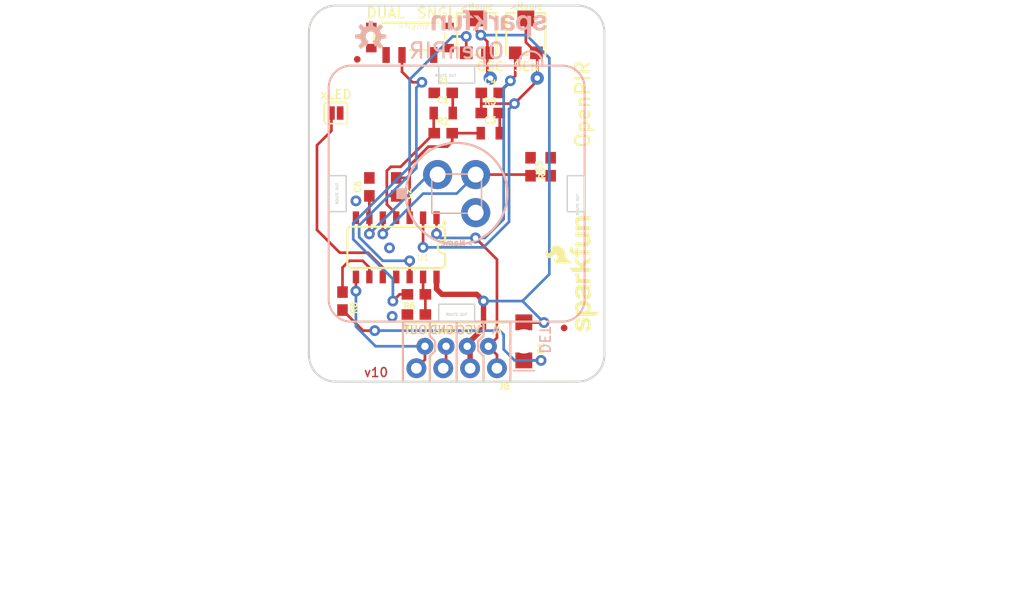
<source format=kicad_pcb>
(kicad_pcb (version 20171130) (host pcbnew "(5.1.12)-1")

  (general
    (thickness 1.6)
    (drawings 67)
    (tracks 161)
    (zones 0)
    (modules 35)
    (nets 20)
  )

  (page A4)
  (layers
    (0 Top signal)
    (31 Bottom signal)
    (32 B.Adhes user)
    (33 F.Adhes user)
    (34 B.Paste user)
    (35 F.Paste user)
    (36 B.SilkS user)
    (37 F.SilkS user)
    (38 B.Mask user)
    (39 F.Mask user)
    (40 Dwgs.User user)
    (41 Cmts.User user)
    (42 Eco1.User user)
    (43 Eco2.User user)
    (44 Edge.Cuts user)
    (45 Margin user)
    (46 B.CrtYd user)
    (47 F.CrtYd user)
    (48 B.Fab user)
    (49 F.Fab user)
  )

  (setup
    (last_trace_width 0.25)
    (trace_clearance 0.2)
    (zone_clearance 0.508)
    (zone_45_only no)
    (trace_min 0.2)
    (via_size 0.8)
    (via_drill 0.4)
    (via_min_size 0.4)
    (via_min_drill 0.3)
    (uvia_size 0.3)
    (uvia_drill 0.1)
    (uvias_allowed no)
    (uvia_min_size 0.2)
    (uvia_min_drill 0.1)
    (edge_width 0.05)
    (segment_width 0.2)
    (pcb_text_width 0.3)
    (pcb_text_size 1.5 1.5)
    (mod_edge_width 0.12)
    (mod_text_size 1 1)
    (mod_text_width 0.15)
    (pad_size 1.524 1.524)
    (pad_drill 0.762)
    (pad_to_mask_clearance 0)
    (aux_axis_origin 0 0)
    (visible_elements FFFFFF7F)
    (pcbplotparams
      (layerselection 0x010fc_ffffffff)
      (usegerberextensions false)
      (usegerberattributes true)
      (usegerberadvancedattributes true)
      (creategerberjobfile true)
      (excludeedgelayer true)
      (linewidth 0.100000)
      (plotframeref false)
      (viasonmask false)
      (mode 1)
      (useauxorigin false)
      (hpglpennumber 1)
      (hpglpenspeed 20)
      (hpglpendiameter 15.000000)
      (psnegative false)
      (psa4output false)
      (plotreference true)
      (plotvalue true)
      (plotinvisibletext false)
      (padsonsilk false)
      (subtractmaskfromsilk false)
      (outputformat 1)
      (mirror false)
      (drillshape 1)
      (scaleselection 1)
      (outputdirectory ""))
  )

  (net 0 "")
  (net 1 GND)
  (net 2 VCC)
  (net 3 "Net-(C7-Pad1)")
  (net 4 /MODE)
  (net 5 "Net-(U1-Pad11)")
  (net 6 /~LED_EN~)
  (net 7 /LED)
  (net 8 /OUT)
  (net 9 "Net-(C6-Pad1)")
  (net 10 "Net-(C5-Pad1)")
  (net 11 "Net-(C1-Pad1)")
  (net 12 "Net-(C2-Pad1)")
  (net 13 "Net-(C4-Pad1)")
  (net 14 /A_OUT)
  (net 15 "Net-(C1-Pad2)")
  (net 16 "Net-(C3-Pad2)")
  (net 17 "Net-(D1-PadC)")
  (net 18 "Net-(S1-Pad1)")
  (net 19 "Net-(R6-Pad2)")

  (net_class Default "This is the default net class."
    (clearance 0.2)
    (trace_width 0.25)
    (via_dia 0.8)
    (via_drill 0.4)
    (uvia_dia 0.3)
    (uvia_drill 0.1)
    (add_net /A_OUT)
    (add_net /LED)
    (add_net /MODE)
    (add_net /OUT)
    (add_net /~LED_EN~)
    (add_net GND)
    (add_net "Net-(C1-Pad1)")
    (add_net "Net-(C1-Pad2)")
    (add_net "Net-(C2-Pad1)")
    (add_net "Net-(C3-Pad2)")
    (add_net "Net-(C4-Pad1)")
    (add_net "Net-(C5-Pad1)")
    (add_net "Net-(C6-Pad1)")
    (add_net "Net-(C7-Pad1)")
    (add_net "Net-(D1-PadC)")
    (add_net "Net-(R6-Pad2)")
    (add_net "Net-(S1-Pad1)")
    (add_net "Net-(U1-Pad11)")
    (add_net VCC)
  )

  (module SparkFun-OpenPIR-NCS36000:CREATIVE_COMMONS (layer Top) (tedit 0) (tstamp 646E58BA)
    (at 125.6411 143.1036)
    (path /CC96BE83)
    (fp_text reference FRAME1 (at 0 0) (layer F.SilkS) hide
      (effects (font (size 1.27 1.27) (thickness 0.15)))
    )
    (fp_text value FRAME-LETTER (at 0 0) (layer F.SilkS) hide
      (effects (font (size 1.27 1.27) (thickness 0.15)))
    )
    (fp_text user "Designed by:" (at 11.43 0) (layer F.Fab)
      (effects (font (size 1.6891 1.6891) (thickness 0.14224)) (justify left bottom))
    )
    (fp_text user " https://creativecommons.org/licenses/by-sa/4.0/" (at 0 -2.54) (layer F.Fab)
      (effects (font (size 1.6891 1.6891) (thickness 0.14224)) (justify left bottom))
    )
    (fp_text user "Released under the Creative Commons Attribution Share-Alike 4.0 License" (at -20.32 -5.08) (layer F.Fab)
      (effects (font (size 1.6891 1.6891) (thickness 0.14224)) (justify left bottom))
    )
  )

  (module SparkFun-OpenPIR-NCS36000:PIR (layer Bottom) (tedit 0) (tstamp 646E58C0)
    (at 148.5011 105.0036)
    (path /4E0AB7A9)
    (fp_text reference U2 (at 0 0) (layer B.SilkS) hide
      (effects (font (size 1.27 1.27) (thickness 0.15)) (justify mirror))
    )
    (fp_text value PIR (at 0 0) (layer B.SilkS) hide
      (effects (font (size 1.27 1.27) (thickness 0.15)) (justify mirror))
    )
    (fp_circle (center 1.8 1.8) (end 2.5383 1.8) (layer F.Mask) (width 1.4766))
    (fp_circle (center 1.8 -1.8) (end 2.5383 -1.8) (layer F.Mask) (width 1.4766))
    (fp_circle (center -1.8 -1.8) (end -1.0617 -1.8) (layer F.Mask) (width 1.4766))
    (fp_text user >Value (at 0 -3.5) (layer B.Fab)
      (effects (font (size 0.57912 0.57912) (thickness 0.12192)) (justify top mirror))
    )
    (fp_text user >Name (at 0 4.98) (layer B.SilkS)
      (effects (font (size 0.57912 0.57912) (thickness 0.12192)) (justify bottom mirror))
    )
    (fp_line (start 2.35 1.85) (end -2.35 1.85) (layer B.SilkS) (width 0.127))
    (fp_line (start 2.35 -1.85) (end 2.35 1.85) (layer B.SilkS) (width 0.127))
    (fp_line (start -2.35 -1.85) (end 2.35 -1.85) (layer B.SilkS) (width 0.127))
    (fp_line (start -2.35 1.85) (end -2.35 -1.85) (layer B.SilkS) (width 0.127))
    (fp_poly (pts (xy -5.7 -0.5) (xy -4.7 -0.5) (xy -4.7 0.5) (xy -5.7 0.5)) (layer B.SilkS) (width 0))
    (fp_circle (center 0 0) (end 4.8 0) (layer B.SilkS) (width 0.2032))
    (fp_poly (pts (xy -5.2 -0.25) (xy -4.6 -0.25) (xy -4.6 0.25) (xy -5.2 0.25)) (layer B.Fab) (width 0))
    (fp_line (start -4.6 -0.2) (end -4.6 0.2) (layer B.Fab) (width 0.127))
    (fp_poly (pts (xy -2.35 -1.85) (xy 2.35 -1.85) (xy 2.35 1.85) (xy -2.35 1.85)) (layer B.Fab) (width 0))
    (fp_circle (center 0 0) (end 4.6 0) (layer B.Fab) (width 0.127))
    (pad S thru_hole circle (at 1.8 -1.8) (size 2.75 2.75) (drill 1.5) (layers *.Cu *.Mask)
      (net 10 "Net-(C5-Pad1)") (solder_mask_margin 0.1016))
    (pad G thru_hole circle (at 1.8 1.8) (size 2.75 2.75) (drill 1.5) (layers *.Cu *.Mask)
      (net 1 GND) (solder_mask_margin 0.1016))
    (pad D thru_hole circle (at -1.8 -1.8) (size 2.75 2.75) (drill 1.5) (layers *.Cu *.Mask)
      (net 9 "Net-(C6-Pad1)") (solder_mask_margin 0.1016))
  )

  (module SparkFun-OpenPIR-NCS36000:SO14 (layer Top) (tedit 0) (tstamp 646E58D5)
    (at 142.7861 110.0836 180)
    (path /94FABF20)
    (fp_text reference U1 (at -3.175 -0.635 180) (layer F.SilkS)
      (effects (font (size 0.57912 0.57912) (thickness 0.06096)) (justify right top))
    )
    (fp_text value NCS36000 (at -3.175 1.27 180) (layer F.Fab)
      (effects (font (size 0.57912 0.57912) (thickness 0.048768)) (justify right top))
    )
    (fp_circle (center -4.572 2.3114) (end -4.462752 2.3114) (layer F.SilkS) (width 0.218496))
    (fp_poly (pts (xy 3.556 -2.286) (xy 4.064 -2.286) (xy 4.064 -3.302) (xy 3.556 -3.302)) (layer F.Fab) (width 0))
    (fp_poly (pts (xy 2.286 -2.286) (xy 2.794 -2.286) (xy 2.794 -3.302) (xy 2.286 -3.302)) (layer F.Fab) (width 0))
    (fp_poly (pts (xy 1.016 -2.286) (xy 1.524 -2.286) (xy 1.524 -3.302) (xy 1.016 -3.302)) (layer F.Fab) (width 0))
    (fp_poly (pts (xy -0.254 -2.286) (xy 0.254 -2.286) (xy 0.254 -3.302) (xy -0.254 -3.302)) (layer F.Fab) (width 0))
    (fp_poly (pts (xy -1.524 -2.286) (xy -1.016 -2.286) (xy -1.016 -3.302) (xy -1.524 -3.302)) (layer F.Fab) (width 0))
    (fp_poly (pts (xy -2.794 -2.286) (xy -2.286 -2.286) (xy -2.286 -3.302) (xy -2.794 -3.302)) (layer F.Fab) (width 0))
    (fp_poly (pts (xy -4.064 -2.286) (xy -3.556 -2.286) (xy -3.556 -3.3655) (xy -4.064 -3.3655)) (layer F.Fab) (width 0))
    (fp_poly (pts (xy 3.556 3.302) (xy 4.064 3.302) (xy 4.064 2.2733) (xy 3.556 2.2733)) (layer F.Fab) (width 0))
    (fp_poly (pts (xy 2.286 3.302) (xy 2.794 3.302) (xy 2.794 2.2733) (xy 2.286 2.2733)) (layer F.Fab) (width 0))
    (fp_poly (pts (xy 1.016 3.302) (xy 1.524 3.302) (xy 1.524 2.2733) (xy 1.016 2.2733)) (layer F.Fab) (width 0))
    (fp_poly (pts (xy -0.254 3.302) (xy 0.254 3.302) (xy 0.254 2.2733) (xy -0.254 2.2733)) (layer F.Fab) (width 0))
    (fp_poly (pts (xy -1.524 3.302) (xy -1.016 3.302) (xy -1.016 2.2733) (xy -1.524 2.2733)) (layer F.Fab) (width 0))
    (fp_poly (pts (xy -2.794 3.302) (xy -2.286 3.302) (xy -2.286 2.2733) (xy -2.794 2.2733)) (layer F.Fab) (width 0))
    (fp_poly (pts (xy -4.064 3.302) (xy -3.556 3.302) (xy -3.556 2.2733) (xy -4.064 2.2733)) (layer F.Fab) (width 0))
    (fp_line (start -4.6228 1.6653) (end -4.6228 0.6604) (layer F.SilkS) (width 0.2032))
    (fp_line (start -4.6228 -1.4526) (end -4.6228 -0.6096) (layer F.SilkS) (width 0.2032))
    (fp_arc (start -4.572 0.0254) (end -4.572 -0.6096) (angle 180) (layer F.SilkS) (width 0.2032))
    (fp_line (start 4.6228 1.5653) (end 4.6228 -1.5653) (layer F.SilkS) (width 0.2032))
    (fp_line (start -4.2418 1.9463) (end 4.3418 1.9463) (layer F.SilkS) (width 0.2032))
    (fp_arc (start -4.291947 1.6155) (end -4.6228 1.6653) (angle -90.060185) (layer F.SilkS) (width 0.2032))
    (fp_arc (start 4.241899 -1.565399) (end 4.2418 -1.9463) (angle 90.030084) (layer F.SilkS) (width 0.2032))
    (fp_arc (start -4.1919 -1.515379) (end -4.6228 -1.4653) (angle 90.023829) (layer F.SilkS) (width 0.2032))
    (fp_arc (start 4.2918 1.6153) (end 4.3418 1.9463) (angle -90) (layer F.SilkS) (width 0.2032))
    (fp_line (start 4.2418 -1.9463) (end -4.2418 -1.9463) (layer F.SilkS) (width 0.2032))
    (pad 14 smd rect (at -3.81 -2.8 180) (size 0.6 1.2) (layers Top F.Paste F.Mask)
      (net 2 VCC) (solder_mask_margin 0.1016))
    (pad 13 smd rect (at -2.54 -2.8 180) (size 0.6 1.2) (layers Top F.Paste F.Mask)
      (net 3 "Net-(C7-Pad1)") (solder_mask_margin 0.1016))
    (pad 12 smd rect (at -1.27 -2.8 180) (size 0.6 1.2) (layers Top F.Paste F.Mask)
      (net 4 /MODE) (solder_mask_margin 0.1016))
    (pad 11 smd rect (at 0 -2.8 180) (size 0.6 1.2) (layers Top F.Paste F.Mask)
      (net 5 "Net-(U1-Pad11)") (solder_mask_margin 0.1016))
    (pad 10 smd rect (at 1.27 -2.8 180) (size 0.6 1.2) (layers Top F.Paste F.Mask)
      (net 6 /~LED_EN~) (solder_mask_margin 0.1016))
    (pad 9 smd rect (at 2.54 -2.8 180) (size 0.6 1.2) (layers Top F.Paste F.Mask)
      (net 7 /LED) (solder_mask_margin 0.1016))
    (pad 8 smd rect (at 3.81 -2.8 180) (size 0.6 1.2) (layers Top F.Paste F.Mask)
      (net 8 /OUT) (solder_mask_margin 0.1016))
    (pad 7 smd rect (at 3.81 2.8 180) (size 0.6 1.2) (layers Top F.Paste F.Mask)
      (net 1 GND) (solder_mask_margin 0.1016))
    (pad 6 smd rect (at 2.54 2.8 180) (size 0.6 1.2) (layers Top F.Paste F.Mask)
      (net 9 "Net-(C6-Pad1)") (solder_mask_margin 0.1016))
    (pad 5 smd rect (at 1.27 2.8 180) (size 0.6 1.2) (layers Top F.Paste F.Mask)
      (net 10 "Net-(C5-Pad1)") (solder_mask_margin 0.1016))
    (pad 4 smd rect (at 0 2.8 180) (size 0.6 1.2) (layers Top F.Paste F.Mask)
      (net 11 "Net-(C1-Pad1)") (solder_mask_margin 0.1016))
    (pad 3 smd rect (at -1.27 2.8 180) (size 0.6 1.2) (layers Top F.Paste F.Mask)
      (net 12 "Net-(C2-Pad1)") (solder_mask_margin 0.1016))
    (pad 2 smd rect (at -2.54 2.8 180) (size 0.6 1.2) (layers Top F.Paste F.Mask)
      (net 13 "Net-(C4-Pad1)") (solder_mask_margin 0.1016))
    (pad 1 smd rect (at -3.81 2.8 180) (size 0.6 1.2) (layers Top F.Paste F.Mask)
      (net 14 /A_OUT) (solder_mask_margin 0.1016))
  )

  (module SparkFun-OpenPIR-NCS36000:0603 (layer Top) (tedit 0) (tstamp 646E58FF)
    (at 155.4861 102.4636 270)
    (descr "<p><b>Generic 1608 (0603) package</b></p>\n<p>0.2mm courtyard excess rounded to nearest 0.05mm.</p>")
    (path /0710D5ED)
    (fp_text reference R5 (at 0 -0.762 270) (layer F.SilkS)
      (effects (font (size 0.57912 0.57912) (thickness 0.12192)) (justify right top))
    )
    (fp_text value 43k (at 0 0.762 270) (layer F.Fab)
      (effects (font (size 0.57912 0.57912) (thickness 0.12192)) (justify right top))
    )
    (fp_poly (pts (xy -0.1999 0.3) (xy 0.1999 0.3) (xy 0.1999 -0.3) (xy -0.1999 -0.3)) (layer F.Adhes) (width 0))
    (fp_poly (pts (xy 0.3302 0.4699) (xy 0.8303 0.4699) (xy 0.8303 -0.4801) (xy 0.3302 -0.4801)) (layer F.Fab) (width 0))
    (fp_poly (pts (xy -0.8382 0.4699) (xy -0.3381 0.4699) (xy -0.3381 -0.4801) (xy -0.8382 -0.4801)) (layer F.Fab) (width 0))
    (fp_line (start -0.356 0.419) (end 0.356 0.419) (layer F.Fab) (width 0.1016))
    (fp_line (start -0.356 -0.432) (end 0.356 -0.432) (layer F.Fab) (width 0.1016))
    (fp_line (start -1.6 0.7) (end -1.6 -0.7) (layer Dwgs.User) (width 0.0508))
    (fp_line (start 1.6 0.7) (end -1.6 0.7) (layer Dwgs.User) (width 0.0508))
    (fp_line (start 1.6 -0.7) (end 1.6 0.7) (layer Dwgs.User) (width 0.0508))
    (fp_line (start -1.6 -0.7) (end 1.6 -0.7) (layer Dwgs.User) (width 0.0508))
    (pad 2 smd rect (at 0.85 0 270) (size 1.1 1) (layers Top F.Paste F.Mask)
      (net 10 "Net-(C5-Pad1)") (solder_mask_margin 0.1016))
    (pad 1 smd rect (at -0.85 0 270) (size 1.1 1) (layers Top F.Paste F.Mask)
      (net 1 GND) (solder_mask_margin 0.1016))
  )

  (module SparkFun-OpenPIR-NCS36000:0603 (layer Top) (tedit 0) (tstamp 646E590D)
    (at 140.2461 104.3686 90)
    (descr "<p><b>Generic 1608 (0603) package</b></p>\n<p>0.2mm courtyard excess rounded to nearest 0.05mm.</p>")
    (path /8451312A)
    (fp_text reference C6 (at 0 -0.762 90) (layer F.SilkS)
      (effects (font (size 0.57912 0.57912) (thickness 0.12192)) (justify bottom))
    )
    (fp_text value 0.1uF (at 0 0.762 90) (layer F.Fab)
      (effects (font (size 0.57912 0.57912) (thickness 0.12192)) (justify top))
    )
    (fp_poly (pts (xy -0.1999 0.3) (xy 0.1999 0.3) (xy 0.1999 -0.3) (xy -0.1999 -0.3)) (layer F.Adhes) (width 0))
    (fp_poly (pts (xy 0.3302 0.4699) (xy 0.8303 0.4699) (xy 0.8303 -0.4801) (xy 0.3302 -0.4801)) (layer F.Fab) (width 0))
    (fp_poly (pts (xy -0.8382 0.4699) (xy -0.3381 0.4699) (xy -0.3381 -0.4801) (xy -0.8382 -0.4801)) (layer F.Fab) (width 0))
    (fp_line (start -0.356 0.419) (end 0.356 0.419) (layer F.Fab) (width 0.1016))
    (fp_line (start -0.356 -0.432) (end 0.356 -0.432) (layer F.Fab) (width 0.1016))
    (fp_line (start -1.6 0.7) (end -1.6 -0.7) (layer Dwgs.User) (width 0.0508))
    (fp_line (start 1.6 0.7) (end -1.6 0.7) (layer Dwgs.User) (width 0.0508))
    (fp_line (start 1.6 -0.7) (end 1.6 0.7) (layer Dwgs.User) (width 0.0508))
    (fp_line (start -1.6 -0.7) (end 1.6 -0.7) (layer Dwgs.User) (width 0.0508))
    (pad 2 smd rect (at 0.85 0 90) (size 1.1 1) (layers Top F.Paste F.Mask)
      (net 1 GND) (solder_mask_margin 0.1016))
    (pad 1 smd rect (at -0.85 0 90) (size 1.1 1) (layers Top F.Paste F.Mask)
      (net 9 "Net-(C6-Pad1)") (solder_mask_margin 0.1016))
  )

  (module SparkFun-OpenPIR-NCS36000:0603 (layer Top) (tedit 0) (tstamp 646E591B)
    (at 157.3911 102.4636 90)
    (descr "<p><b>Generic 1608 (0603) package</b></p>\n<p>0.2mm courtyard excess rounded to nearest 0.05mm.</p>")
    (path /2BF069D8)
    (fp_text reference C5 (at 0 -0.762 90) (layer F.SilkS)
      (effects (font (size 0.57912 0.57912) (thickness 0.12192)) (justify bottom))
    )
    (fp_text value 0.1uF (at 0 0.762 90) (layer F.Fab)
      (effects (font (size 0.57912 0.57912) (thickness 0.12192)) (justify top))
    )
    (fp_poly (pts (xy -0.1999 0.3) (xy 0.1999 0.3) (xy 0.1999 -0.3) (xy -0.1999 -0.3)) (layer F.Adhes) (width 0))
    (fp_poly (pts (xy 0.3302 0.4699) (xy 0.8303 0.4699) (xy 0.8303 -0.4801) (xy 0.3302 -0.4801)) (layer F.Fab) (width 0))
    (fp_poly (pts (xy -0.8382 0.4699) (xy -0.3381 0.4699) (xy -0.3381 -0.4801) (xy -0.8382 -0.4801)) (layer F.Fab) (width 0))
    (fp_line (start -0.356 0.419) (end 0.356 0.419) (layer F.Fab) (width 0.1016))
    (fp_line (start -0.356 -0.432) (end 0.356 -0.432) (layer F.Fab) (width 0.1016))
    (fp_line (start -1.6 0.7) (end -1.6 -0.7) (layer Dwgs.User) (width 0.0508))
    (fp_line (start 1.6 0.7) (end -1.6 0.7) (layer Dwgs.User) (width 0.0508))
    (fp_line (start 1.6 -0.7) (end 1.6 0.7) (layer Dwgs.User) (width 0.0508))
    (fp_line (start -1.6 -0.7) (end 1.6 -0.7) (layer Dwgs.User) (width 0.0508))
    (pad 2 smd rect (at 0.85 0 90) (size 1.1 1) (layers Top F.Paste F.Mask)
      (net 1 GND) (solder_mask_margin 0.1016))
    (pad 1 smd rect (at -0.85 0 90) (size 1.1 1) (layers Top F.Paste F.Mask)
      (net 10 "Net-(C5-Pad1)") (solder_mask_margin 0.1016))
  )

  (module SparkFun-OpenPIR-NCS36000:0603 (layer Top) (tedit 0) (tstamp 646E5929)
    (at 147.2311 95.4786)
    (descr "<p><b>Generic 1608 (0603) package</b></p>\n<p>0.2mm courtyard excess rounded to nearest 0.05mm.</p>")
    (path /5FC72806)
    (fp_text reference R1 (at 0 -0.762) (layer F.SilkS)
      (effects (font (size 0.57912 0.57912) (thickness 0.12192)) (justify bottom))
    )
    (fp_text value 10k (at 0 0.762) (layer F.Fab)
      (effects (font (size 0.57912 0.57912) (thickness 0.12192)) (justify top))
    )
    (fp_poly (pts (xy -0.1999 0.3) (xy 0.1999 0.3) (xy 0.1999 -0.3) (xy -0.1999 -0.3)) (layer F.Adhes) (width 0))
    (fp_poly (pts (xy 0.3302 0.4699) (xy 0.8303 0.4699) (xy 0.8303 -0.4801) (xy 0.3302 -0.4801)) (layer F.Fab) (width 0))
    (fp_poly (pts (xy -0.8382 0.4699) (xy -0.3381 0.4699) (xy -0.3381 -0.4801) (xy -0.8382 -0.4801)) (layer F.Fab) (width 0))
    (fp_line (start -0.356 0.419) (end 0.356 0.419) (layer F.Fab) (width 0.1016))
    (fp_line (start -0.356 -0.432) (end 0.356 -0.432) (layer F.Fab) (width 0.1016))
    (fp_line (start -1.6 0.7) (end -1.6 -0.7) (layer Dwgs.User) (width 0.0508))
    (fp_line (start 1.6 0.7) (end -1.6 0.7) (layer Dwgs.User) (width 0.0508))
    (fp_line (start 1.6 -0.7) (end 1.6 0.7) (layer Dwgs.User) (width 0.0508))
    (fp_line (start -1.6 -0.7) (end 1.6 -0.7) (layer Dwgs.User) (width 0.0508))
    (pad 2 smd rect (at 0.85 0) (size 1.1 1) (layers Top F.Paste F.Mask)
      (net 15 "Net-(C1-Pad2)") (solder_mask_margin 0.1016))
    (pad 1 smd rect (at -0.85 0) (size 1.1 1) (layers Top F.Paste F.Mask)
      (net 1 GND) (solder_mask_margin 0.1016))
  )

  (module SparkFun-OpenPIR-NCS36000:0805 (layer Top) (tedit 0) (tstamp 646E5937)
    (at 147.2311 97.3836)
    (descr "<p><b>Generic 2012 (0805) package</b></p>\n<p>0.2mm courtyard excess rounded to nearest 0.05mm.</p>")
    (path /2CB5EB77)
    (fp_text reference C1 (at 0 -0.889) (layer F.SilkS)
      (effects (font (size 0.57912 0.57912) (thickness 0.12192)) (justify bottom))
    )
    (fp_text value 22uF (at 0 0.889) (layer F.Fab)
      (effects (font (size 0.57912 0.57912) (thickness 0.12192)) (justify top))
    )
    (fp_line (start -1.5 0.8) (end -1.5 -0.8) (layer Dwgs.User) (width 0.0508))
    (fp_line (start 1.5 0.8) (end -1.5 0.8) (layer Dwgs.User) (width 0.0508))
    (fp_line (start 1.5 -0.8) (end 1.5 0.8) (layer Dwgs.User) (width 0.0508))
    (fp_line (start -1.5 -0.8) (end 1.5 -0.8) (layer Dwgs.User) (width 0.0508))
    (pad 2 smd rect (at 0.9 0) (size 0.8 1.2) (layers Top F.Paste F.Mask)
      (net 15 "Net-(C1-Pad2)") (solder_mask_margin 0.1016))
    (pad 1 smd rect (at -0.9 0) (size 0.8 1.2) (layers Top F.Paste F.Mask)
      (net 11 "Net-(C1-Pad1)") (solder_mask_margin 0.1016))
  )

  (module SparkFun-OpenPIR-NCS36000:0603 (layer Top) (tedit 0) (tstamp 646E5940)
    (at 142.7861 104.3686 270)
    (descr "<p><b>Generic 1608 (0603) package</b></p>\n<p>0.2mm courtyard excess rounded to nearest 0.05mm.</p>")
    (path /2DB567F5)
    (fp_text reference C2 (at 0 -0.762 270) (layer F.SilkS)
      (effects (font (size 0.57912 0.57912) (thickness 0.12192)) (justify right top))
    )
    (fp_text value 10nF (at 0 0.762 270) (layer F.Fab)
      (effects (font (size 0.57912 0.57912) (thickness 0.12192)) (justify right top))
    )
    (fp_poly (pts (xy -0.1999 0.3) (xy 0.1999 0.3) (xy 0.1999 -0.3) (xy -0.1999 -0.3)) (layer F.Adhes) (width 0))
    (fp_poly (pts (xy 0.3302 0.4699) (xy 0.8303 0.4699) (xy 0.8303 -0.4801) (xy 0.3302 -0.4801)) (layer F.Fab) (width 0))
    (fp_poly (pts (xy -0.8382 0.4699) (xy -0.3381 0.4699) (xy -0.3381 -0.4801) (xy -0.8382 -0.4801)) (layer F.Fab) (width 0))
    (fp_line (start -0.356 0.419) (end 0.356 0.419) (layer F.Fab) (width 0.1016))
    (fp_line (start -0.356 -0.432) (end 0.356 -0.432) (layer F.Fab) (width 0.1016))
    (fp_line (start -1.6 0.7) (end -1.6 -0.7) (layer Dwgs.User) (width 0.0508))
    (fp_line (start 1.6 0.7) (end -1.6 0.7) (layer Dwgs.User) (width 0.0508))
    (fp_line (start 1.6 -0.7) (end 1.6 0.7) (layer Dwgs.User) (width 0.0508))
    (fp_line (start -1.6 -0.7) (end 1.6 -0.7) (layer Dwgs.User) (width 0.0508))
    (pad 2 smd rect (at 0.85 0 270) (size 1.1 1) (layers Top F.Paste F.Mask)
      (net 11 "Net-(C1-Pad1)") (solder_mask_margin 0.1016))
    (pad 1 smd rect (at -0.85 0 270) (size 1.1 1) (layers Top F.Paste F.Mask)
      (net 12 "Net-(C2-Pad1)") (solder_mask_margin 0.1016))
  )

  (module SparkFun-OpenPIR-NCS36000:0603 (layer Top) (tedit 0) (tstamp 646E594E)
    (at 147.2311 99.2886)
    (descr "<p><b>Generic 1608 (0603) package</b></p>\n<p>0.2mm courtyard excess rounded to nearest 0.05mm.</p>")
    (path /427BD1C5)
    (fp_text reference R2 (at 0 -0.762) (layer F.SilkS)
      (effects (font (size 0.57912 0.57912) (thickness 0.12192)) (justify bottom))
    )
    (fp_text value 560k (at 0 0.762) (layer F.Fab)
      (effects (font (size 0.57912 0.57912) (thickness 0.12192)) (justify top))
    )
    (fp_poly (pts (xy -0.1999 0.3) (xy 0.1999 0.3) (xy 0.1999 -0.3) (xy -0.1999 -0.3)) (layer F.Adhes) (width 0))
    (fp_poly (pts (xy 0.3302 0.4699) (xy 0.8303 0.4699) (xy 0.8303 -0.4801) (xy 0.3302 -0.4801)) (layer F.Fab) (width 0))
    (fp_poly (pts (xy -0.8382 0.4699) (xy -0.3381 0.4699) (xy -0.3381 -0.4801) (xy -0.8382 -0.4801)) (layer F.Fab) (width 0))
    (fp_line (start -0.356 0.419) (end 0.356 0.419) (layer F.Fab) (width 0.1016))
    (fp_line (start -0.356 -0.432) (end 0.356 -0.432) (layer F.Fab) (width 0.1016))
    (fp_line (start -1.6 0.7) (end -1.6 -0.7) (layer Dwgs.User) (width 0.0508))
    (fp_line (start 1.6 0.7) (end -1.6 0.7) (layer Dwgs.User) (width 0.0508))
    (fp_line (start 1.6 -0.7) (end 1.6 0.7) (layer Dwgs.User) (width 0.0508))
    (fp_line (start -1.6 -0.7) (end 1.6 -0.7) (layer Dwgs.User) (width 0.0508))
    (pad 2 smd rect (at 0.85 0) (size 1.1 1) (layers Top F.Paste F.Mask)
      (net 12 "Net-(C2-Pad1)") (solder_mask_margin 0.1016))
    (pad 1 smd rect (at -0.85 0) (size 1.1 1) (layers Top F.Paste F.Mask)
      (net 11 "Net-(C1-Pad1)") (solder_mask_margin 0.1016))
  )

  (module SparkFun-OpenPIR-NCS36000:0805 (layer Top) (tedit 0) (tstamp 646E595C)
    (at 151.6761 99.2886)
    (descr "<p><b>Generic 2012 (0805) package</b></p>\n<p>0.2mm courtyard excess rounded to nearest 0.05mm.</p>")
    (path /088BD0DF)
    (fp_text reference C3 (at 0 -0.889) (layer F.SilkS)
      (effects (font (size 0.57912 0.57912) (thickness 0.12192)) (justify bottom))
    )
    (fp_text value 22uF (at 0 0.889) (layer F.Fab)
      (effects (font (size 0.57912 0.57912) (thickness 0.12192)) (justify top))
    )
    (fp_line (start -1.5 0.8) (end -1.5 -0.8) (layer Dwgs.User) (width 0.0508))
    (fp_line (start 1.5 0.8) (end -1.5 0.8) (layer Dwgs.User) (width 0.0508))
    (fp_line (start 1.5 -0.8) (end 1.5 0.8) (layer Dwgs.User) (width 0.0508))
    (fp_line (start -1.5 -0.8) (end 1.5 -0.8) (layer Dwgs.User) (width 0.0508))
    (pad 2 smd rect (at 0.9 0) (size 0.8 1.2) (layers Top F.Paste F.Mask)
      (net 16 "Net-(C3-Pad2)") (solder_mask_margin 0.1016))
    (pad 1 smd rect (at -0.9 0) (size 0.8 1.2) (layers Top F.Paste F.Mask)
      (net 12 "Net-(C2-Pad1)") (solder_mask_margin 0.1016))
  )

  (module SparkFun-OpenPIR-NCS36000:0603 (layer Top) (tedit 0) (tstamp 646E5965)
    (at 151.6761 97.3836)
    (descr "<p><b>Generic 1608 (0603) package</b></p>\n<p>0.2mm courtyard excess rounded to nearest 0.05mm.</p>")
    (path /ABABC248)
    (fp_text reference R3 (at 0 -0.762) (layer F.SilkS)
      (effects (font (size 0.57912 0.57912) (thickness 0.12192)) (justify bottom))
    )
    (fp_text value 10k (at 0 0.762) (layer F.Fab)
      (effects (font (size 0.57912 0.57912) (thickness 0.12192)) (justify top))
    )
    (fp_poly (pts (xy -0.1999 0.3) (xy 0.1999 0.3) (xy 0.1999 -0.3) (xy -0.1999 -0.3)) (layer F.Adhes) (width 0))
    (fp_poly (pts (xy 0.3302 0.4699) (xy 0.8303 0.4699) (xy 0.8303 -0.4801) (xy 0.3302 -0.4801)) (layer F.Fab) (width 0))
    (fp_poly (pts (xy -0.8382 0.4699) (xy -0.3381 0.4699) (xy -0.3381 -0.4801) (xy -0.8382 -0.4801)) (layer F.Fab) (width 0))
    (fp_line (start -0.356 0.419) (end 0.356 0.419) (layer F.Fab) (width 0.1016))
    (fp_line (start -0.356 -0.432) (end 0.356 -0.432) (layer F.Fab) (width 0.1016))
    (fp_line (start -1.6 0.7) (end -1.6 -0.7) (layer Dwgs.User) (width 0.0508))
    (fp_line (start 1.6 0.7) (end -1.6 0.7) (layer Dwgs.User) (width 0.0508))
    (fp_line (start 1.6 -0.7) (end 1.6 0.7) (layer Dwgs.User) (width 0.0508))
    (fp_line (start -1.6 -0.7) (end 1.6 -0.7) (layer Dwgs.User) (width 0.0508))
    (pad 2 smd rect (at 0.85 0) (size 1.1 1) (layers Top F.Paste F.Mask)
      (net 16 "Net-(C3-Pad2)") (solder_mask_margin 0.1016))
    (pad 1 smd rect (at -0.85 0) (size 1.1 1) (layers Top F.Paste F.Mask)
      (net 13 "Net-(C4-Pad1)") (solder_mask_margin 0.1016))
  )

  (module SparkFun-OpenPIR-NCS36000:0603 (layer Top) (tedit 0) (tstamp 646E5973)
    (at 151.6761 95.4786)
    (descr "<p><b>Generic 1608 (0603) package</b></p>\n<p>0.2mm courtyard excess rounded to nearest 0.05mm.</p>")
    (path /E69E6156)
    (fp_text reference C4 (at 0 -0.762) (layer F.SilkS)
      (effects (font (size 0.57912 0.57912) (thickness 0.12192)) (justify bottom))
    )
    (fp_text value 10nF (at 0 0.762) (layer F.Fab)
      (effects (font (size 0.57912 0.57912) (thickness 0.12192)) (justify top))
    )
    (fp_poly (pts (xy -0.1999 0.3) (xy 0.1999 0.3) (xy 0.1999 -0.3) (xy -0.1999 -0.3)) (layer F.Adhes) (width 0))
    (fp_poly (pts (xy 0.3302 0.4699) (xy 0.8303 0.4699) (xy 0.8303 -0.4801) (xy 0.3302 -0.4801)) (layer F.Fab) (width 0))
    (fp_poly (pts (xy -0.8382 0.4699) (xy -0.3381 0.4699) (xy -0.3381 -0.4801) (xy -0.8382 -0.4801)) (layer F.Fab) (width 0))
    (fp_line (start -0.356 0.419) (end 0.356 0.419) (layer F.Fab) (width 0.1016))
    (fp_line (start -0.356 -0.432) (end 0.356 -0.432) (layer F.Fab) (width 0.1016))
    (fp_line (start -1.6 0.7) (end -1.6 -0.7) (layer Dwgs.User) (width 0.0508))
    (fp_line (start 1.6 0.7) (end -1.6 0.7) (layer Dwgs.User) (width 0.0508))
    (fp_line (start 1.6 -0.7) (end 1.6 0.7) (layer Dwgs.User) (width 0.0508))
    (fp_line (start -1.6 -0.7) (end 1.6 -0.7) (layer Dwgs.User) (width 0.0508))
    (pad 2 smd rect (at 0.85 0) (size 1.1 1) (layers Top F.Paste F.Mask)
      (net 14 /A_OUT) (solder_mask_margin 0.1016))
    (pad 1 smd rect (at -0.85 0) (size 1.1 1) (layers Top F.Paste F.Mask)
      (net 13 "Net-(C4-Pad1)") (solder_mask_margin 0.1016))
  )

  (module SparkFun-OpenPIR-NCS36000:TRIMPOT-TC33X (layer Top) (tedit 0) (tstamp 646E5981)
    (at 155.0416 89.8906)
    (descr "<h3>Bourns TC33X Trimpot</h3>\n<p><a href=\"http://www.bourns.com/docs/Product-Datasheets/TC33.pdf\">Datasheet</a></p>")
    (path /BADBB996)
    (fp_text reference R4 (at 0 0) (layer F.SilkS) hide
      (effects (font (size 1.27 1.27) (thickness 0.15)))
    )
    (fp_text value 1M (at 0 0) (layer F.SilkS) hide
      (effects (font (size 1.27 1.27) (thickness 0.15)))
    )
    (fp_text user >Value (at 0 2.45) (layer F.Fab)
      (effects (font (size 0.57912 0.57912) (thickness 0.12192)) (justify top))
    )
    (fp_text user >Name (at 0 -2.25) (layer F.SilkS)
      (effects (font (size 0.57912 0.57912) (thickness 0.12192)) (justify bottom))
    )
    (fp_line (start 0.25 2) (end -0.25 2) (layer F.SilkS) (width 0.2032))
    (fp_line (start 0.95 -1.95) (end 1.85 -1.95) (layer F.SilkS) (width 0.2032))
    (fp_line (start -1.85 -1.95) (end -0.95 -1.95) (layer F.SilkS) (width 0.2032))
    (fp_line (start 1.85 -1.95) (end 1.85 2) (layer F.SilkS) (width 0.2032))
    (fp_line (start -1.5 1.8) (end -1.5 -1.75) (layer F.Fab) (width 0.127))
    (fp_poly (pts (xy -0.75 -1) (xy 0.75 -1) (xy 0.75 -1.8) (xy -0.75 -1.8)) (layer F.Fab) (width 0))
    (fp_poly (pts (xy 1.35 1.1) (xy 0.55 1.1) (xy 0.55 2) (xy 1.35 2)) (layer F.Fab) (width 0))
    (fp_poly (pts (xy -1.35 2) (xy -0.55 2) (xy -0.55 1.1) (xy -1.35 1.1)) (layer F.Fab) (width 0))
    (fp_line (start 0.65 -0.25) (end 1.05 -0.25) (layer F.Fab) (width 0.127))
    (fp_arc (start -0.032842 0.032842) (end 0.25 -0.65) (angle 45) (layer F.Fab) (width 0.127))
    (fp_line (start 0.25 -1.05) (end 0.25 -0.65) (layer F.Fab) (width 0.127))
    (fp_line (start -0.25 -1.05) (end 0.25 -1.05) (layer F.Fab) (width 0.127))
    (fp_line (start -0.25 -0.65) (end -0.25 -1.05) (layer F.Fab) (width 0.127))
    (fp_arc (start 0.032842 0.032842) (end -0.65 -0.25) (angle 45) (layer F.Fab) (width 0.127))
    (fp_line (start -1.05 -0.25) (end -0.65 -0.25) (layer F.Fab) (width 0.127))
    (fp_line (start -1.05 0.25) (end -1.05 -0.25) (layer F.Fab) (width 0.127))
    (fp_line (start -0.65 0.25) (end -1.05 0.25) (layer F.Fab) (width 0.127))
    (fp_arc (start 0.032842 -0.032842) (end -0.25 0.65) (angle 45) (layer F.Fab) (width 0.127))
    (fp_line (start -0.25 1.05) (end -0.25 0.65) (layer F.Fab) (width 0.127))
    (fp_line (start 0.25 1.05) (end -0.25 1.05) (layer F.Fab) (width 0.127))
    (fp_line (start 0.25 0.65) (end 0.25 1.05) (layer F.Fab) (width 0.127))
    (fp_arc (start -0.032842 -0.032842) (end 0.65 0.25) (angle 45) (layer F.Fab) (width 0.127))
    (fp_line (start 1.05 0.25) (end 0.65 0.25) (layer F.Fab) (width 0.127))
    (fp_line (start 1.05 -0.25) (end 1.05 0.25) (layer F.Fab) (width 0.127))
    (fp_circle (center 0 0) (end 0.25 0) (layer F.Fab) (width 0.127))
    (fp_circle (center 0 0) (end 1.8 0) (layer F.Fab) (width 0.127))
    (fp_line (start -1.85 2) (end -1.85 -1.95) (layer F.SilkS) (width 0.2032))
    (fp_line (start 1.5 1.8) (end -1.5 1.8) (layer F.Fab) (width 0.127))
    (fp_line (start 1.5 -1.75) (end 1.5 1.8) (layer F.Fab) (width 0.127))
    (fp_line (start -1.5 -1.75) (end 1.5 -1.75) (layer F.Fab) (width 0.127))
    (pad 3 smd rect (at 1 1.8) (size 1.2 1.2) (layers Top F.Paste F.Mask)
      (net 13 "Net-(C4-Pad1)") (solder_mask_margin 0.1016))
    (pad 1 smd rect (at -1 1.8) (size 1.2 1.2) (layers Top F.Paste F.Mask)
      (net 14 /A_OUT) (solder_mask_margin 0.1016))
    (pad 2 smd rect (at 0 -1.45) (size 1.6 1.5) (layers Top F.Paste F.Mask)
      (net 13 "Net-(C4-Pad1)") (solder_mask_margin 0.1016))
  )

  (module SparkFun-OpenPIR-NCS36000:LENS-CWM-0.5-GI-V1 (layer Bottom) (tedit 0) (tstamp 646E59A7)
    (at 148.5011 105.0036 180)
    (descr "<h3>Zilog CWM 0.5 GI V1 PIR Lens</h3>\n<p>The CWM 0.5 GI V1 lens array is intended for both wall and ceiling-mounted applications, and is optimized for both dual and quad element pyroelectric detectors. The lens is intended to clip directly into the circuit board, over top of the pyroelectric sensor.</p>\n<p><a href=\"http://media.digikey.com/pdf/Data%20Sheets/ZiLOG%20PDFs/Zmotion%20Lens%20&%20Pyroelectric%20Sensor%20Spec.pdf\">Datasheet</a></p>")
    (path /080374AA)
    (fp_text reference U$1 (at 0 0 180) (layer B.SilkS) hide
      (effects (font (size 1.27 1.27) (thickness 0.15)) (justify mirror))
    )
    (fp_text value "CWM 0.5 GI V1" (at 0 0 180) (layer B.SilkS) hide
      (effects (font (size 1.27 1.27) (thickness 0.15)) (justify mirror))
    )
    (fp_line (start 1.7 -10.45) (end 1.7 -12.05) (layer Edge.Cuts) (width 0.127))
    (fp_line (start -1.7 -12.05) (end -1.7 -10.45) (layer Edge.Cuts) (width 0.127))
    (fp_line (start -1.7 -12.05) (end 1.7 -12.05) (layer Edge.Cuts) (width 0.127))
    (fp_line (start -1.7 -10.45) (end 1.7 -10.45) (layer Edge.Cuts) (width 0.127))
    (fp_line (start 1.7 12.05) (end 1.7 10.45) (layer Edge.Cuts) (width 0.127))
    (fp_line (start -1.7 10.45) (end -1.7 12.05) (layer Edge.Cuts) (width 0.127))
    (fp_line (start -1.7 10.45) (end 1.7 10.45) (layer Edge.Cuts) (width 0.127))
    (fp_line (start -1.7 12.05) (end 1.7 12.05) (layer Edge.Cuts) (width 0.127))
    (fp_line (start 12.05 -1.7) (end 10.45 -1.7) (layer Edge.Cuts) (width 0.127))
    (fp_line (start 10.45 1.7) (end 12.05 1.7) (layer Edge.Cuts) (width 0.127))
    (fp_line (start 10.45 1.7) (end 10.45 -1.7) (layer Edge.Cuts) (width 0.127))
    (fp_line (start 12.05 1.7) (end 12.05 -1.7) (layer Edge.Cuts) (width 0.127))
    (fp_line (start -10.45 -1.7) (end -12.05 -1.7) (layer Edge.Cuts) (width 0.127))
    (fp_line (start -12.05 1.7) (end -10.45 1.7) (layer Edge.Cuts) (width 0.127))
    (fp_line (start -12.05 1.7) (end -12.05 -1.7) (layer Edge.Cuts) (width 0.127))
    (fp_line (start -10.45 1.7) (end -10.45 -1.7) (layer Edge.Cuts) (width 0.127))
    (fp_poly (pts (xy -12.05 1.7) (xy -10.45 1.7) (xy -10.45 -1.7) (xy -12.05 -1.7)) (layer Edge.Cuts) (width 0))
    (fp_poly (pts (xy -1.7 -12.05) (xy -1.7 -10.45) (xy 1.7 -10.45) (xy 1.7 -12.05)) (layer Dwgs.User) (width 0))
    (fp_poly (pts (xy 1.7 12.05) (xy 1.7 10.45) (xy -1.7 10.45) (xy -1.7 12.05)) (layer Dwgs.User) (width 0))
    (fp_poly (pts (xy 12.05 -1.7) (xy 10.45 -1.7) (xy 10.45 1.7) (xy 12.05 1.7)) (layer Dwgs.User) (width 0))
    (fp_poly (pts (xy -12.05 1.7) (xy -10.45 1.7) (xy -10.45 -1.7) (xy -12.05 -1.7)) (layer Dwgs.User) (width 0))
    (fp_poly (pts (xy -1.7 -12.05) (xy -1.7 -10.45) (xy 1.7 -10.45) (xy 1.7 -12.05)) (layer Dwgs.User) (width 0))
    (fp_poly (pts (xy 12.05 -1.7) (xy 10.45 -1.7) (xy 10.45 1.7) (xy 12.05 1.7)) (layer Edge.Cuts) (width 0))
    (fp_poly (pts (xy 1.7 12.05) (xy 1.7 10.45) (xy -1.7 10.45) (xy -1.7 12.05)) (layer Dwgs.User) (width 0))
    (fp_poly (pts (xy -12.05 1.7) (xy -10.45 1.7) (xy -10.45 -1.7) (xy -12.05 -1.7)) (layer Edge.Cuts) (width 0))
    (fp_line (start -6 12.365) (end -6 12) (layer B.Fab) (width 0.127))
    (fp_arc (start -7 12.365) (end -7 13.365) (angle -90) (layer B.Fab) (width 0.127))
    (fp_arc (start -7 12.365) (end -8.1 12.365) (angle -90) (layer B.SilkS) (width 0.2032))
    (fp_line (start -8.1 12.1) (end -8.1 12.365) (layer B.SilkS) (width 0.2032))
    (fp_line (start -5.9 12.365) (end -5.9 12.1) (layer B.SilkS) (width 0.2032))
    (fp_arc (start -7 12.365) (end -7 13.465) (angle -90) (layer B.SilkS) (width 0.2032))
    (fp_arc (start -7 12.365) (end -8 12.365) (angle -90) (layer B.Fab) (width 0.127))
    (fp_line (start -8 12) (end -8 12.365) (layer B.Fab) (width 0.127))
    (fp_arc (start -10 10) (end -10 12.1) (angle 90) (layer B.SilkS) (width 0.2032))
    (fp_line (start -8 12) (end -10 12) (layer B.Fab) (width 0.127))
    (fp_line (start -6 12) (end -8 12) (layer B.Fab) (width 0.127))
    (fp_line (start 10 12) (end -6 12) (layer B.Fab) (width 0.127))
    (fp_arc (start 10 10) (end 12.1 10) (angle 90) (layer B.SilkS) (width 0.2032))
    (fp_line (start 12.1 -10) (end 12.1 10) (layer B.SilkS) (width 0.2032))
    (fp_arc (start 10 -10) (end 10 -12.1) (angle 90) (layer B.SilkS) (width 0.2032))
    (fp_line (start -12 10) (end -12 -10) (layer B.Fab) (width 0.127))
    (fp_arc (start -10 -10) (end -12.1 -10) (angle 90) (layer B.SilkS) (width 0.2032))
    (fp_line (start -10 -12) (end 10 -12) (layer B.Fab) (width 0.127))
    (fp_line (start -2.35 -1.85) (end 2.35 -1.85) (layer B.SilkS) (width 0.127))
    (fp_line (start -2.35 1.85) (end -2.35 -1.85) (layer B.SilkS) (width 0.127))
    (fp_line (start 2.35 1.85) (end -2.35 1.85) (layer B.SilkS) (width 0.127))
    (fp_line (start 2.35 -1.85) (end 2.35 1.85) (layer B.SilkS) (width 0.127))
    (fp_poly (pts (xy 5.7 0.5) (xy 4.7 0.5) (xy 4.7 -0.5) (xy 5.7 -0.5)) (layer B.SilkS) (width 0))
    (fp_circle (center 0 0) (end 4.8 0) (layer B.SilkS) (width 0.2032))
    (fp_poly (pts (xy 5.2 0.25) (xy 4.6 0.25) (xy 4.6 -0.25) (xy 5.2 -0.25)) (layer B.Fab) (width 0))
    (fp_line (start 4.6 0.2) (end 4.6 -0.2) (layer B.Fab) (width 0.127))
    (fp_poly (pts (xy 2.35 1.85) (xy -2.35 1.85) (xy -2.35 -1.85) (xy 2.35 -1.85)) (layer B.Fab) (width 0))
    (fp_circle (center 0 0) (end 4.6 0) (layer B.Fab) (width 0.127))
    (fp_poly (pts (xy 1.7 12.05) (xy 1.7 10.45) (xy -1.7 10.45) (xy -1.7 12.05)) (layer Edge.Cuts) (width 0))
    (fp_poly (pts (xy 12.05 -1.7) (xy 10.45 -1.7) (xy 10.45 1.7) (xy 12.05 1.7)) (layer Dwgs.User) (width 0))
    (fp_poly (pts (xy -1.7 -12.05) (xy -1.7 -10.45) (xy 1.7 -10.45) (xy 1.7 -12.05)) (layer Edge.Cuts) (width 0))
    (fp_poly (pts (xy -12.05 1.7) (xy -10.45 1.7) (xy -10.45 -1.7) (xy -12.05 -1.7)) (layer Dwgs.User) (width 0))
    (fp_line (start -1.6 -12.5) (end -1.6 -11) (layer B.Fab) (width 0.127))
    (fp_line (start 1.6 -11) (end -1.6 -11) (layer B.Fab) (width 0.127))
    (fp_line (start 1.6 -12.5) (end 1.6 -11) (layer B.Fab) (width 0.127))
    (fp_line (start -1.6 -12.5) (end 1.6 -12.5) (layer B.Fab) (width 0.127))
    (fp_line (start 1.6 12.5) (end 1.6 11) (layer B.Fab) (width 0.127))
    (fp_line (start -1.6 11) (end 1.6 11) (layer B.Fab) (width 0.127))
    (fp_line (start -1.6 12.5) (end -1.6 11) (layer B.Fab) (width 0.127))
    (fp_line (start 1.6 12.5) (end -1.6 12.5) (layer B.Fab) (width 0.127))
    (fp_line (start 12.5 -1.6) (end 11 -1.6) (layer B.Fab) (width 0.127))
    (fp_line (start 11 1.6) (end 11 -1.6) (layer B.Fab) (width 0.127))
    (fp_line (start 12.5 1.6) (end 11 1.6) (layer B.Fab) (width 0.127))
    (fp_line (start 12.5 -1.6) (end 12.5 1.6) (layer B.Fab) (width 0.127))
    (fp_line (start -12.5 1.6) (end -11 1.6) (layer B.Fab) (width 0.127))
    (fp_line (start -11 -1.6) (end -11 1.6) (layer B.Fab) (width 0.127))
    (fp_line (start -12.5 -1.6) (end -11 -1.6) (layer B.Fab) (width 0.127))
    (fp_line (start -12.5 1.6) (end -12.5 -1.6) (layer B.Fab) (width 0.127))
    (fp_circle (center 0 0) (end 12 0) (layer B.Fab) (width 0.127))
    (fp_arc (start -10 10) (end -10 12) (angle 90) (layer B.Fab) (width 0.127))
    (fp_line (start -8.1 12.1) (end -10 12.1) (layer B.SilkS) (width 0.2032))
    (fp_line (start -5.9 12.1) (end -8.1 12.1) (layer B.SilkS) (width 0.2032))
    (fp_line (start 10 12.1) (end -5.9 12.1) (layer B.SilkS) (width 0.2032))
    (fp_arc (start 10 10) (end 12 10) (angle 90) (layer B.Fab) (width 0.127))
    (fp_line (start 12 -10) (end 12 10) (layer B.Fab) (width 0.127))
    (fp_arc (start 10 -10) (end 10 -12) (angle 90) (layer B.Fab) (width 0.127))
    (fp_line (start -10 -12.1) (end 10 -12.1) (layer B.SilkS) (width 0.2032))
    (fp_arc (start -10 -10) (end -12 -10) (angle 90) (layer B.Fab) (width 0.127))
    (fp_line (start -12.1 10) (end -12.1 -10) (layer B.SilkS) (width 0.2032))
  )

  (module SparkFun-OpenPIR-NCS36000:STAND-OFF (layer Top) (tedit 0) (tstamp 646E59FE)
    (at 137.0711 89.7636)
    (descr "<b>Stand Off</b><p>\nThis is the mechanical footprint for a #4 phillips button head screw. Use the keepout ring to avoid running the screw head into surrounding components. SKU : PRT-00447")
    (path /9910BFD8)
    (fp_text reference H1 (at 0 0) (layer F.SilkS) hide
      (effects (font (size 1.27 1.27) (thickness 0.15)))
    )
    (fp_text value STAND-OFF (at 0 0) (layer F.SilkS) hide
      (effects (font (size 1.27 1.27) (thickness 0.15)))
    )
    (fp_circle (center 0 0) (end 2.794 0) (layer Dwgs.User) (width 0.127))
    (fp_arc (start 0 0) (end 0 1.8542) (angle 180) (layer Dwgs.User) (width 0.2032))
    (fp_arc (start 0 0) (end 0 1.8542) (angle -180) (layer Dwgs.User) (width 0.2032))
    (fp_arc (start 0 0) (end 0 1.8542) (angle 180) (layer Dwgs.User) (width 0.2032))
    (fp_arc (start 0 0) (end 0 -1.8542) (angle 180) (layer Dwgs.User) (width 0.2032))
    (pad "" np_thru_hole circle (at 0 0) (size 3.302 3.302) (drill 3.302) (layers *.Cu *.Mask))
  )

  (module SparkFun-OpenPIR-NCS36000:STAND-OFF (layer Top) (tedit 0) (tstamp 646E5A07)
    (at 159.9311 89.7636)
    (descr "<b>Stand Off</b><p>\nThis is the mechanical footprint for a #4 phillips button head screw. Use the keepout ring to avoid running the screw head into surrounding components. SKU : PRT-00447")
    (path /5D268E00)
    (fp_text reference H2 (at 0 0) (layer F.SilkS) hide
      (effects (font (size 1.27 1.27) (thickness 0.15)))
    )
    (fp_text value STAND-OFF (at 0 0) (layer F.SilkS) hide
      (effects (font (size 1.27 1.27) (thickness 0.15)))
    )
    (fp_circle (center 0 0) (end 2.794 0) (layer Dwgs.User) (width 0.127))
    (fp_arc (start 0 0) (end 0 1.8542) (angle 180) (layer Dwgs.User) (width 0.2032))
    (fp_arc (start 0 0) (end 0 1.8542) (angle -180) (layer Dwgs.User) (width 0.2032))
    (fp_arc (start 0 0) (end 0 1.8542) (angle 180) (layer Dwgs.User) (width 0.2032))
    (fp_arc (start 0 0) (end 0 -1.8542) (angle 180) (layer Dwgs.User) (width 0.2032))
    (pad "" np_thru_hole circle (at 0 0) (size 3.302 3.302) (drill 3.302) (layers *.Cu *.Mask))
  )

  (module SparkFun-OpenPIR-NCS36000:STAND-OFF (layer Top) (tedit 0) (tstamp 646E5A10)
    (at 137.0711 120.2436)
    (descr "<b>Stand Off</b><p>\nThis is the mechanical footprint for a #4 phillips button head screw. Use the keepout ring to avoid running the screw head into surrounding components. SKU : PRT-00447")
    (path /DE67D20D)
    (fp_text reference H3 (at 0 0) (layer F.SilkS) hide
      (effects (font (size 1.27 1.27) (thickness 0.15)))
    )
    (fp_text value STAND-OFF (at 0 0) (layer F.SilkS) hide
      (effects (font (size 1.27 1.27) (thickness 0.15)))
    )
    (fp_circle (center 0 0) (end 2.794 0) (layer Dwgs.User) (width 0.127))
    (fp_arc (start 0 0) (end 0 1.8542) (angle 180) (layer Dwgs.User) (width 0.2032))
    (fp_arc (start 0 0) (end 0 1.8542) (angle -180) (layer Dwgs.User) (width 0.2032))
    (fp_arc (start 0 0) (end 0 1.8542) (angle 180) (layer Dwgs.User) (width 0.2032))
    (fp_arc (start 0 0) (end 0 -1.8542) (angle 180) (layer Dwgs.User) (width 0.2032))
    (pad "" np_thru_hole circle (at 0 0) (size 3.302 3.302) (drill 3.302) (layers *.Cu *.Mask))
  )

  (module SparkFun-OpenPIR-NCS36000:STAND-OFF (layer Top) (tedit 0) (tstamp 646E5A19)
    (at 159.9311 120.2436)
    (descr "<b>Stand Off</b><p>\nThis is the mechanical footprint for a #4 phillips button head screw. Use the keepout ring to avoid running the screw head into surrounding components. SKU : PRT-00447")
    (path /EA162BAB)
    (fp_text reference H4 (at 0 0) (layer F.SilkS) hide
      (effects (font (size 1.27 1.27) (thickness 0.15)))
    )
    (fp_text value STAND-OFF (at 0 0) (layer F.SilkS) hide
      (effects (font (size 1.27 1.27) (thickness 0.15)))
    )
    (fp_circle (center 0 0) (end 2.794 0) (layer Dwgs.User) (width 0.127))
    (fp_arc (start 0 0) (end 0 1.8542) (angle 180) (layer Dwgs.User) (width 0.2032))
    (fp_arc (start 0 0) (end 0 1.8542) (angle -180) (layer Dwgs.User) (width 0.2032))
    (fp_arc (start 0 0) (end 0 1.8542) (angle 180) (layer Dwgs.User) (width 0.2032))
    (fp_arc (start 0 0) (end 0 -1.8542) (angle 180) (layer Dwgs.User) (width 0.2032))
    (pad "" np_thru_hole circle (at 0 0) (size 3.302 3.302) (drill 3.302) (layers *.Cu *.Mask))
  )

  (module SparkFun-OpenPIR-NCS36000:0603 (layer Top) (tedit 0) (tstamp 646E5A22)
    (at 144.6911 116.4336 180)
    (descr "<p><b>Generic 1608 (0603) package</b></p>\n<p>0.2mm courtyard excess rounded to nearest 0.05mm.</p>")
    (path /C15D389E)
    (fp_text reference C7 (at 0 -0.762 180) (layer F.SilkS)
      (effects (font (size 0.57912 0.57912) (thickness 0.12192)) (justify right top))
    )
    (fp_text value 0.1uF (at 0 0.762 180) (layer F.Fab)
      (effects (font (size 0.57912 0.57912) (thickness 0.12192)) (justify right top))
    )
    (fp_poly (pts (xy -0.1999 0.3) (xy 0.1999 0.3) (xy 0.1999 -0.3) (xy -0.1999 -0.3)) (layer F.Adhes) (width 0))
    (fp_poly (pts (xy 0.3302 0.4699) (xy 0.8303 0.4699) (xy 0.8303 -0.4801) (xy 0.3302 -0.4801)) (layer F.Fab) (width 0))
    (fp_poly (pts (xy -0.8382 0.4699) (xy -0.3381 0.4699) (xy -0.3381 -0.4801) (xy -0.8382 -0.4801)) (layer F.Fab) (width 0))
    (fp_line (start -0.356 0.419) (end 0.356 0.419) (layer F.Fab) (width 0.1016))
    (fp_line (start -0.356 -0.432) (end 0.356 -0.432) (layer F.Fab) (width 0.1016))
    (fp_line (start -1.6 0.7) (end -1.6 -0.7) (layer Dwgs.User) (width 0.0508))
    (fp_line (start 1.6 0.7) (end -1.6 0.7) (layer Dwgs.User) (width 0.0508))
    (fp_line (start 1.6 -0.7) (end 1.6 0.7) (layer Dwgs.User) (width 0.0508))
    (fp_line (start -1.6 -0.7) (end 1.6 -0.7) (layer Dwgs.User) (width 0.0508))
    (pad 2 smd rect (at 0.85 0 180) (size 1.1 1) (layers Top F.Paste F.Mask)
      (net 1 GND) (solder_mask_margin 0.1016))
    (pad 1 smd rect (at -0.85 0 180) (size 1.1 1) (layers Top F.Paste F.Mask)
      (net 3 "Net-(C7-Pad1)") (solder_mask_margin 0.1016))
  )

  (module SparkFun-OpenPIR-NCS36000:LED-1206-BOTTOM (layer Top) (tedit 0) (tstamp 646E5A30)
    (at 154.8511 118.9736 270)
    (descr "<h3>LED 1206 SMT</h3>\n\n1206, surface mount. \n\n<p>Specifications:\n<ul><li>Pin count: 2</li>\n<li>Area: 0.125\" x 0.06\"</li>\n</ul></p>\n<p>Example device(s):\n<ul><li>LED</li></ul>")
    (path /25BEA993)
    (fp_text reference D1 (at 0 -1.27 270) (layer F.SilkS)
      (effects (font (size 0.57912 0.57912) (thickness 0.12192)) (justify right top))
    )
    (fp_text value Green (at 0 1.27 270) (layer F.Fab)
      (effects (font (size 0.57912 0.57912) (thickness 0.12192)) (justify right top))
    )
    (fp_line (start 2.7686 -1.016) (end 2.7686 1.016) (layer B.SilkS) (width 0.127))
    (fp_line (start 2.7686 -1.016) (end 2.7686 1.016) (layer F.SilkS) (width 0.127))
    (fp_poly (pts (xy -1.1 -0.5) (xy -1.1 0.5) (xy -1.6 0.5) (xy -1.6 0.25)
      (xy -1.600001 0.25) (xy -1.5 0.223205) (xy -1.426795 0.15) (xy -1.4 0.05)
      (xy -1.4 -0.05) (xy -1.4 -0.049999) (xy -1.426795 -0.149999) (xy -1.5 -0.223204)
      (xy -1.6 -0.25) (xy -1.6 -0.5)) (layer F.Fab) (width 0))
    (fp_poly (pts (xy 1.1 0.5) (xy 1.1 -0.5) (xy 1.6 -0.5) (xy 1.6 -0.25)
      (xy 1.600001 -0.25) (xy 1.5 -0.223205) (xy 1.426795 -0.15) (xy 1.4 -0.05)
      (xy 1.4 0.05) (xy 1.4 0.049999) (xy 1.426795 0.149999) (xy 1.5 0.223204)
      (xy 1.6 0.25) (xy 1.6 0.5)) (layer F.Fab) (width 0))
    (fp_poly (pts (xy -0.75 0.75) (xy 0.75 0.75) (xy 0.75 -0.75) (xy -0.75 -0.75)) (layer F.Fab) (width 0))
    (fp_line (start 0.254 0) (end 1.27 0) (layer Cmts.User) (width 0.127))
    (fp_line (start 0.254 0) (end 0.254 0.635) (layer Cmts.User) (width 0.127))
    (fp_line (start 0.254 0) (end 0.254 -0.635) (layer Cmts.User) (width 0.127))
    (fp_line (start -0.381 0.635) (end -0.381 0) (layer Cmts.User) (width 0.127))
    (fp_line (start 0.254 0) (end -0.381 0.635) (layer Cmts.User) (width 0.127))
    (fp_line (start -0.381 -0.635) (end 0.254 0) (layer Cmts.User) (width 0.127))
    (fp_line (start -0.381 0) (end -0.381 -0.635) (layer Cmts.User) (width 0.127))
    (fp_line (start -1.27 0) (end -0.381 0) (layer Cmts.User) (width 0.127))
    (fp_line (start 1.6 0) (end 2.4 0) (layer Cmts.User) (width 0.127))
    (fp_line (start -2.4 0) (end -1.6 0) (layer Cmts.User) (width 0.127))
    (fp_line (start -2 -0.4) (end -2 0.4) (layer Cmts.User) (width 0.127))
    (pad "" np_thru_hole circle (at 0 0 270) (size 2.3 2.3) (drill 2.3) (layers *.Cu *.Mask))
    (pad C smd rect (at 1.8 0 270) (size 1.5 1.6) (layers Top F.Paste F.Mask)
      (net 17 "Net-(D1-PadC)") (solder_mask_margin 0.1016))
    (pad A smd rect (at -1.8 0 270) (size 1.5 1.6) (layers Top F.Paste F.Mask)
      (net 2 VCC) (solder_mask_margin 0.1016))
  )

  (module SparkFun-OpenPIR-NCS36000:0603 (layer Top) (tedit 0) (tstamp 646E5A46)
    (at 137.7061 115.1636 270)
    (descr "<p><b>Generic 1608 (0603) package</b></p>\n<p>0.2mm courtyard excess rounded to nearest 0.05mm.</p>")
    (path /B2A0FD76)
    (fp_text reference R8 (at 0 -0.762 270) (layer F.SilkS)
      (effects (font (size 0.57912 0.57912) (thickness 0.12192)) (justify right top))
    )
    (fp_text value 1k (at 0 0.762 270) (layer F.Fab)
      (effects (font (size 0.57912 0.57912) (thickness 0.12192)) (justify right top))
    )
    (fp_poly (pts (xy -0.1999 0.3) (xy 0.1999 0.3) (xy 0.1999 -0.3) (xy -0.1999 -0.3)) (layer F.Adhes) (width 0))
    (fp_poly (pts (xy 0.3302 0.4699) (xy 0.8303 0.4699) (xy 0.8303 -0.4801) (xy 0.3302 -0.4801)) (layer F.Fab) (width 0))
    (fp_poly (pts (xy -0.8382 0.4699) (xy -0.3381 0.4699) (xy -0.3381 -0.4801) (xy -0.8382 -0.4801)) (layer F.Fab) (width 0))
    (fp_line (start -0.356 0.419) (end 0.356 0.419) (layer F.Fab) (width 0.1016))
    (fp_line (start -0.356 -0.432) (end 0.356 -0.432) (layer F.Fab) (width 0.1016))
    (fp_line (start -1.6 0.7) (end -1.6 -0.7) (layer Dwgs.User) (width 0.0508))
    (fp_line (start 1.6 0.7) (end -1.6 0.7) (layer Dwgs.User) (width 0.0508))
    (fp_line (start 1.6 -0.7) (end 1.6 0.7) (layer Dwgs.User) (width 0.0508))
    (fp_line (start -1.6 -0.7) (end 1.6 -0.7) (layer Dwgs.User) (width 0.0508))
    (pad 2 smd rect (at 0.85 0 270) (size 1.1 1) (layers Top F.Paste F.Mask)
      (net 17 "Net-(D1-PadC)") (solder_mask_margin 0.1016))
    (pad 1 smd rect (at -0.85 0 270) (size 1.1 1) (layers Top F.Paste F.Mask)
      (net 7 /LED) (solder_mask_margin 0.1016))
  )

  (module SparkFun-OpenPIR-NCS36000:SJ_2S (layer Top) (tedit 0) (tstamp 646E5A54)
    (at 137.0711 97.3836)
    (descr "Small solder jumper with big paste layer so it will short during reflow.")
    (path /1E56908B)
    (fp_text reference SJ1 (at -0.9498 -1.27) (layer F.SilkS)
      (effects (font (size 0.38608 0.38608) (thickness 0.032512)) (justify left bottom))
    )
    (fp_text value LED-EN (at -0.9498 1.651) (layer F.Fab)
      (effects (font (size 0.38608 0.38608) (thickness 0.032512)) (justify left bottom))
    )
    (fp_poly (pts (xy -1.2192 1.143) (xy 1.2192 1.143) (xy 1.2192 -1.143) (xy -1.2192 -1.143)) (layer F.Paste) (width 0))
    (fp_line (start -0.8 -1) (end 0.8 -1) (layer F.SilkS) (width 0.1524))
    (fp_line (start -1.1 0.75) (end -1.1 -0.75) (layer F.SilkS) (width 0.1524))
    (fp_line (start 1.1 0.75) (end 1.1 -0.75) (layer F.SilkS) (width 0.1524))
    (fp_arc (start 0.825 0.725) (end 0.8 1) (angle -90) (layer F.SilkS) (width 0.1524))
    (fp_arc (start -0.825249 0.725299) (end -1.1 0.75) (angle -90.114706) (layer F.SilkS) (width 0.1524))
    (fp_arc (start -0.825 -0.725) (end -1.1 -0.75) (angle 90) (layer F.SilkS) (width 0.1524))
    (fp_arc (start 0.825 -0.725) (end 0.8 -1) (angle 90) (layer F.SilkS) (width 0.1524))
    (fp_line (start 0.8 1) (end -0.8 1) (layer F.SilkS) (width 0.1524))
    (pad 2 smd rect (at 0.4119 0) (size 0.635 1.27) (layers Top F.Paste F.Mask)
      (net 1 GND) (solder_mask_margin 0.1016))
    (pad 1 smd rect (at -0.4119 0) (size 0.635 1.27) (layers Top F.Paste F.Mask)
      (net 6 /~LED_EN~) (solder_mask_margin 0.1016))
  )

  (module SparkFun-OpenPIR-NCS36000:SWITCH-SPST-SMD-A (layer Top) (tedit 0) (tstamp 646E5A62)
    (at 144.0815 90.1446)
    (path /788C9994)
    (fp_text reference S1 (at 0 0) (layer F.SilkS) hide
      (effects (font (size 1.27 1.27) (thickness 0.15)))
    )
    (fp_text value SWITCH-SPDT-SMD-A (at 0 0) (layer F.SilkS) hide
      (effects (font (size 1.27 1.27) (thickness 0.15)))
    )
    (fp_text user >Value (at -1.27 1.27) (layer F.Fab)
      (effects (font (size 0.57912 0.57912) (thickness 0.048768)) (justify left bottom))
    )
    (fp_text user >Name (at -1.27 -0.635) (layer F.SilkS)
      (effects (font (size 0.57912 0.57912) (thickness 0.048768)) (justify left bottom))
    )
    (fp_line (start 1.5 1.3) (end 0 1.3) (layer F.SilkS) (width 0.2032))
    (fp_line (start 2.7 -1.3) (end -2.7 -1.3) (layer F.SilkS) (width 0.2032))
    (fp_line (start 3.35 -0.3) (end 3.35 0.3) (layer F.SilkS) (width 0.2032))
    (fp_line (start -3.35 -0.3) (end -3.35 0.3) (layer F.SilkS) (width 0.2032))
    (fp_line (start -1.4 -2.8) (end -1.4 -1.3) (layer F.Fab) (width 0.127))
    (fp_line (start -0.1 -2.8) (end -1.4 -2.8) (layer F.Fab) (width 0.127))
    (fp_line (start -0.1 -1.3) (end -0.1 -2.8) (layer F.Fab) (width 0.127))
    (fp_line (start -1.4 -1.3) (end -3.35 -1.3) (layer F.Fab) (width 0.127))
    (fp_line (start -0.1 -1.3) (end -1.4 -1.3) (layer F.Fab) (width 0.127))
    (fp_line (start 3.35 -1.3) (end -0.1 -1.3) (layer F.Fab) (width 0.127))
    (fp_line (start 3.35 1.3) (end 3.35 -1.3) (layer F.Fab) (width 0.127))
    (fp_line (start -3.35 1.3) (end 3.35 1.3) (layer F.Fab) (width 0.127))
    (fp_line (start -3.35 -1.3) (end -3.35 1.3) (layer F.Fab) (width 0.127))
    (pad "" np_thru_hole circle (at 1.5 0) (size 0.9 0.9) (drill 0.9) (layers *.Cu *.Mask))
    (pad "" np_thru_hole circle (at -1.5 0) (size 0.9 0.9) (drill 0.9) (layers *.Cu *.Mask))
    (pad GND4 smd rect (at 3.65 1.1) (size 1 0.8) (layers Top F.Paste F.Mask)
      (solder_mask_margin 0.1016))
    (pad GND3 smd rect (at 3.65 -1) (size 1 0.6) (layers Top F.Paste F.Mask)
      (solder_mask_margin 0.1016))
    (pad GND2 smd rect (at -3.65 1.1) (size 1 0.8) (layers Top F.Paste F.Mask)
      (solder_mask_margin 0.1016))
    (pad GND1 smd rect (at -3.65 -1) (size 1 0.6) (layers Top F.Paste F.Mask)
      (solder_mask_margin 0.1016))
    (pad 3 smd rect (at 2.25 1.75 180) (size 0.7 1.5) (layers Top F.Paste F.Mask)
      (net 1 GND) (solder_mask_margin 0.1016))
    (pad 2 smd rect (at -0.75 1.75 180) (size 0.7 1.5) (layers Top F.Paste F.Mask)
      (net 4 /MODE) (solder_mask_margin 0.1016))
    (pad 1 smd rect (at -2.25 1.75 180) (size 0.7 1.5) (layers Top F.Paste F.Mask)
      (net 18 "Net-(S1-Pad1)") (solder_mask_margin 0.1016))
  )

  (module SparkFun-OpenPIR-NCS36000:TRIMPOT-TC33X (layer Top) (tedit 0) (tstamp 646E5A7D)
    (at 150.4061 89.8906)
    (descr "<h3>Bourns TC33X Trimpot</h3>\n<p><a href=\"http://www.bourns.com/docs/Product-Datasheets/TC33.pdf\">Datasheet</a></p>")
    (path /E63EF57F)
    (fp_text reference R7 (at 0 0) (layer F.SilkS) hide
      (effects (font (size 1.27 1.27) (thickness 0.15)))
    )
    (fp_text value 1M (at 0 0) (layer F.SilkS) hide
      (effects (font (size 1.27 1.27) (thickness 0.15)))
    )
    (fp_text user >Value (at 0 2.45) (layer F.Fab)
      (effects (font (size 0.57912 0.57912) (thickness 0.12192)) (justify top))
    )
    (fp_text user >Name (at 0 -2.25) (layer F.SilkS)
      (effects (font (size 0.57912 0.57912) (thickness 0.12192)) (justify bottom))
    )
    (fp_line (start 0.25 2) (end -0.25 2) (layer F.SilkS) (width 0.2032))
    (fp_line (start 0.95 -1.95) (end 1.85 -1.95) (layer F.SilkS) (width 0.2032))
    (fp_line (start -1.85 -1.95) (end -0.95 -1.95) (layer F.SilkS) (width 0.2032))
    (fp_line (start 1.85 -1.95) (end 1.85 2) (layer F.SilkS) (width 0.2032))
    (fp_line (start -1.5 1.8) (end -1.5 -1.75) (layer F.Fab) (width 0.127))
    (fp_poly (pts (xy -0.75 -1) (xy 0.75 -1) (xy 0.75 -1.8) (xy -0.75 -1.8)) (layer F.Fab) (width 0))
    (fp_poly (pts (xy 1.35 1.1) (xy 0.55 1.1) (xy 0.55 2) (xy 1.35 2)) (layer F.Fab) (width 0))
    (fp_poly (pts (xy -1.35 2) (xy -0.55 2) (xy -0.55 1.1) (xy -1.35 1.1)) (layer F.Fab) (width 0))
    (fp_line (start 0.65 -0.25) (end 1.05 -0.25) (layer F.Fab) (width 0.127))
    (fp_arc (start -0.032842 0.032842) (end 0.25 -0.65) (angle 45) (layer F.Fab) (width 0.127))
    (fp_line (start 0.25 -1.05) (end 0.25 -0.65) (layer F.Fab) (width 0.127))
    (fp_line (start -0.25 -1.05) (end 0.25 -1.05) (layer F.Fab) (width 0.127))
    (fp_line (start -0.25 -0.65) (end -0.25 -1.05) (layer F.Fab) (width 0.127))
    (fp_arc (start 0.032842 0.032842) (end -0.65 -0.25) (angle 45) (layer F.Fab) (width 0.127))
    (fp_line (start -1.05 -0.25) (end -0.65 -0.25) (layer F.Fab) (width 0.127))
    (fp_line (start -1.05 0.25) (end -1.05 -0.25) (layer F.Fab) (width 0.127))
    (fp_line (start -0.65 0.25) (end -1.05 0.25) (layer F.Fab) (width 0.127))
    (fp_arc (start 0.032842 -0.032842) (end -0.25 0.65) (angle 45) (layer F.Fab) (width 0.127))
    (fp_line (start -0.25 1.05) (end -0.25 0.65) (layer F.Fab) (width 0.127))
    (fp_line (start 0.25 1.05) (end -0.25 1.05) (layer F.Fab) (width 0.127))
    (fp_line (start 0.25 0.65) (end 0.25 1.05) (layer F.Fab) (width 0.127))
    (fp_arc (start -0.032842 -0.032842) (end 0.65 0.25) (angle 45) (layer F.Fab) (width 0.127))
    (fp_line (start 1.05 0.25) (end 0.65 0.25) (layer F.Fab) (width 0.127))
    (fp_line (start 1.05 -0.25) (end 1.05 0.25) (layer F.Fab) (width 0.127))
    (fp_circle (center 0 0) (end 0.25 0) (layer F.Fab) (width 0.127))
    (fp_circle (center 0 0) (end 1.8 0) (layer F.Fab) (width 0.127))
    (fp_line (start -1.85 2) (end -1.85 -1.95) (layer F.SilkS) (width 0.2032))
    (fp_line (start 1.5 1.8) (end -1.5 1.8) (layer F.Fab) (width 0.127))
    (fp_line (start 1.5 -1.75) (end 1.5 1.8) (layer F.Fab) (width 0.127))
    (fp_line (start -1.5 -1.75) (end 1.5 -1.75) (layer F.Fab) (width 0.127))
    (pad 3 smd rect (at 1 1.8) (size 1.2 1.2) (layers Top F.Paste F.Mask)
      (net 2 VCC) (solder_mask_margin 0.1016))
    (pad 1 smd rect (at -1 1.8) (size 1.2 1.2) (layers Top F.Paste F.Mask)
      (net 19 "Net-(R6-Pad2)") (solder_mask_margin 0.1016))
    (pad 2 smd rect (at 0 -1.45) (size 1.6 1.5) (layers Top F.Paste F.Mask)
      (net 2 VCC) (solder_mask_margin 0.1016))
  )

  (module SparkFun-OpenPIR-NCS36000:0603 (layer Top) (tedit 0) (tstamp 646E5AA3)
    (at 144.6911 114.5286 180)
    (descr "<p><b>Generic 1608 (0603) package</b></p>\n<p>0.2mm courtyard excess rounded to nearest 0.05mm.</p>")
    (path /4C269583)
    (fp_text reference R6 (at 0 -0.762 180) (layer F.SilkS)
      (effects (font (size 0.57912 0.57912) (thickness 0.12192)) (justify right top))
    )
    (fp_text value 51k (at 0 0.762 180) (layer F.Fab)
      (effects (font (size 0.57912 0.57912) (thickness 0.12192)) (justify right top))
    )
    (fp_poly (pts (xy -0.1999 0.3) (xy 0.1999 0.3) (xy 0.1999 -0.3) (xy -0.1999 -0.3)) (layer F.Adhes) (width 0))
    (fp_poly (pts (xy 0.3302 0.4699) (xy 0.8303 0.4699) (xy 0.8303 -0.4801) (xy 0.3302 -0.4801)) (layer F.Fab) (width 0))
    (fp_poly (pts (xy -0.8382 0.4699) (xy -0.3381 0.4699) (xy -0.3381 -0.4801) (xy -0.8382 -0.4801)) (layer F.Fab) (width 0))
    (fp_line (start -0.356 0.419) (end 0.356 0.419) (layer F.Fab) (width 0.1016))
    (fp_line (start -0.356 -0.432) (end 0.356 -0.432) (layer F.Fab) (width 0.1016))
    (fp_line (start -1.6 0.7) (end -1.6 -0.7) (layer Dwgs.User) (width 0.0508))
    (fp_line (start 1.6 0.7) (end -1.6 0.7) (layer Dwgs.User) (width 0.0508))
    (fp_line (start 1.6 -0.7) (end 1.6 0.7) (layer Dwgs.User) (width 0.0508))
    (fp_line (start -1.6 -0.7) (end 1.6 -0.7) (layer Dwgs.User) (width 0.0508))
    (pad 2 smd rect (at 0.85 0 180) (size 1.1 1) (layers Top F.Paste F.Mask)
      (net 19 "Net-(R6-Pad2)") (solder_mask_margin 0.1016))
    (pad 1 smd rect (at -0.85 0 180) (size 1.1 1) (layers Top F.Paste F.Mask)
      (net 3 "Net-(C7-Pad1)") (solder_mask_margin 0.1016))
  )

  (module SparkFun-OpenPIR-NCS36000:SFE_LOGO_NAME_FLAME_.1 (layer Top) (tedit 0) (tstamp 646E5AB1)
    (at 162.0901 118.4656 90)
    (descr "<h3>SparkFun Font Logo w/ Flame - 0.1\" Height - Silkscreen</h3>\n<p>SparkFun font logo with flame logo</p>\n<p>Devices using:\n<ul><li>SFE_LOGO_NAME_FLAME</li></ul></p>")
    (path /994F8438)
    (fp_text reference LOGO1 (at 0 0 90) (layer F.SilkS) hide
      (effects (font (size 1.27 1.27) (thickness 0.15)))
    )
    (fp_text value SFE_LOGO_NAME_FLAME.1_INCH (at 0 0 90) (layer F.SilkS) hide
      (effects (font (size 1.27 1.27) (thickness 0.15)))
    )
    (fp_poly (pts (xy 8.25 -4.78) (xy 8.25 -4.76) (xy 8.25 -4.73) (xy 8.25 -4.7)
      (xy 8.24 -4.67) (xy 8.23 -4.64) (xy 8.2 -4.62) (xy 8.17 -4.61)
      (xy 8.14 -4.61) (xy 8.1 -4.61) (xy 8.06 -4.63) (xy 8.02 -4.65)
      (xy 7.99 -4.67) (xy 7.95 -4.7) (xy 7.92 -4.72) (xy 7.89 -4.75)
      (xy 7.87 -4.79) (xy 7.85 -4.82) (xy 7.84 -4.86) (xy 7.83 -4.89)
      (xy 7.84 -4.92) (xy 7.85 -4.94) (xy 7.86 -4.97) (xy 7.88 -5)
      (xy 7.92 -5.03) (xy 7.96 -5.05) (xy 8.01 -5.06) (xy 8.05 -5.07)
      (xy 8.08 -5.07) (xy 8.11 -5.06) (xy 8.13 -5.06) (xy 8.14 -5.06)
      (xy 8.13 -5.07) (xy 8.09 -5.1) (xy 8.03 -5.13) (xy 7.95 -5.16)
      (xy 7.86 -5.19) (xy 7.76 -5.19) (xy 7.65 -5.17) (xy 7.54 -5.11)
      (xy 7.45 -5.03) (xy 7.4 -4.96) (xy 7.37 -4.87) (xy 7.37 -4.79)
      (xy 7.39 -4.7) (xy 7.44 -4.61) (xy 7.51 -4.53) (xy 7.59 -4.44)
      (xy 7.66 -4.36) (xy 7.69 -4.29) (xy 7.69 -4.22) (xy 7.67 -4.16)
      (xy 7.63 -4.11) (xy 7.57 -4.07) (xy 7.49 -4.05) (xy 7.41 -4.05)
      (xy 7.36 -4.06) (xy 7.31 -4.08) (xy 7.28 -4.1) (xy 7.25 -4.13)
      (xy 7.23 -4.17) (xy 7.22 -4.2) (xy 7.22 -4.23) (xy 7.23 -4.26)
      (xy 7.25 -4.29) (xy 7.27 -4.31) (xy 7.29 -4.33) (xy 7.32 -4.34)
      (xy 7.34 -4.35) (xy 7.36 -4.36) (xy 7.37 -4.37) (xy 7.35 -4.38)
      (xy 7.33 -4.38) (xy 7.29 -4.39) (xy 7.25 -4.39) (xy 7.21 -4.39)
      (xy 7.15 -4.38) (xy 7.1 -4.36) (xy 7.05 -4.34) (xy 7.01 -4.31)
      (xy 6.96 -4.28) (xy 6.93 -4.23) (xy 6.9 -4.17) (xy 6.88 -4.11)
      (xy 6.87 -4.02) (xy 6.86 -3.93) (xy 6.86 -3.77) (xy 6.86 -3.61)
      (xy 6.86 -3.45) (xy 6.86 -3.29) (xy 6.86 -3.13) (xy 6.86 -2.97)
      (xy 6.86 -2.81) (xy 6.86 -2.65) (xy 6.87 -2.65) (xy 6.89 -2.68)
      (xy 6.92 -2.71) (xy 6.95 -2.75) (xy 7 -2.8) (xy 7.05 -2.86)
      (xy 7.11 -2.92) (xy 7.16 -2.99) (xy 7.23 -3.06) (xy 7.29 -3.12)
      (xy 7.34 -3.18) (xy 7.39 -3.22) (xy 7.44 -3.26) (xy 7.49 -3.29)
      (xy 7.55 -3.3) (xy 7.62 -3.3) (xy 7.74 -3.3) (xy 7.86 -3.32)
      (xy 7.97 -3.35) (xy 8.07 -3.39) (xy 8.17 -3.45) (xy 8.25 -3.52)
      (xy 8.33 -3.6) (xy 8.4 -3.69) (xy 8.5 -3.87) (xy 8.55 -4.05)
      (xy 8.56 -4.23) (xy 8.53 -4.39) (xy 8.48 -4.53) (xy 8.41 -4.65)
      (xy 8.33 -4.74)) (layer F.SilkS) (width 0))
    (fp_poly (pts (xy 10 -2.36) (xy 10.05 -2.36) (xy 10.1 -2.36) (xy 10.14 -2.36)
      (xy 10.19 -2.36) (xy 10.23 -2.36) (xy 10.28 -2.36) (xy 10.33 -2.36)
      (xy 10.37 -2.36) (xy 10.37 -2.33) (xy 10.37 -2.31) (xy 10.37 -2.28)
      (xy 10.37 -2.26) (xy 10.37 -2.23) (xy 10.37 -2.21) (xy 10.37 -2.18)
      (xy 10.37 -2.16) (xy 10.38 -2.16) (xy 10.42 -2.22) (xy 10.46 -2.26)
      (xy 10.51 -2.3) (xy 10.57 -2.34) (xy 10.63 -2.36) (xy 10.69 -2.38)
      (xy 10.75 -2.39) (xy 10.81 -2.39) (xy 10.95 -2.38) (xy 11.06 -2.35)
      (xy 11.15 -2.3) (xy 11.22 -2.23) (xy 11.27 -2.15) (xy 11.3 -2.05)
      (xy 11.32 -1.94) (xy 11.33 -1.81) (xy 11.33 -1.7) (xy 11.33 -1.59)
      (xy 11.33 -1.49) (xy 11.33 -1.38) (xy 11.33 -1.27) (xy 11.33 -1.16)
      (xy 11.33 -1.05) (xy 11.33 -0.94) (xy 11.28 -0.94) (xy 11.23 -0.94)
      (xy 11.18 -0.94) (xy 11.13 -0.94) (xy 11.08 -0.94) (xy 11.03 -0.94)
      (xy 10.99 -0.94) (xy 10.94 -0.94) (xy 10.94 -1.04) (xy 10.94 -1.14)
      (xy 10.94 -1.24) (xy 10.94 -1.34) (xy 10.94 -1.44) (xy 10.94 -1.54)
      (xy 10.94 -1.64) (xy 10.94 -1.74) (xy 10.93 -1.82) (xy 10.92 -1.89)
      (xy 10.91 -1.95) (xy 10.88 -2) (xy 10.85 -2.04) (xy 10.8 -2.07)
      (xy 10.75 -2.08) (xy 10.69 -2.09) (xy 10.61 -2.08) (xy 10.55 -2.07)
      (xy 10.5 -2.04) (xy 10.46 -1.99) (xy 10.43 -1.94) (xy 10.4 -1.87)
      (xy 10.39 -1.78) (xy 10.39 -1.68) (xy 10.39 -1.59) (xy 10.39 -1.5)
      (xy 10.39 -1.41) (xy 10.39 -1.31) (xy 10.39 -1.22) (xy 10.39 -1.13)
      (xy 10.39 -1.03) (xy 10.39 -0.94) (xy 10.34 -0.94) (xy 10.29 -0.94)
      (xy 10.24 -0.94) (xy 10.19 -0.94) (xy 10.14 -0.94) (xy 10.1 -0.94)
      (xy 10.05 -0.94) (xy 10 -0.94) (xy 10 -1.12) (xy 10 -1.3)
      (xy 10 -1.47) (xy 10 -1.65) (xy 10 -1.83) (xy 10 -2)
      (xy 10 -2.18)) (layer F.SilkS) (width 0))
    (fp_poly (pts (xy 9.79 -0.94) (xy 9.74 -0.94) (xy 9.7 -0.94) (xy 9.65 -0.94)
      (xy 9.6 -0.94) (xy 9.56 -0.94) (xy 9.51 -0.94) (xy 9.47 -0.94)
      (xy 9.42 -0.94) (xy 9.42 -0.97) (xy 9.42 -0.99) (xy 9.42 -1.02)
      (xy 9.42 -1.04) (xy 9.42 -1.06) (xy 9.42 -1.09) (xy 9.42 -1.11)
      (xy 9.42 -1.14) (xy 9.41 -1.14) (xy 9.37 -1.08) (xy 9.33 -1.03)
      (xy 9.28 -0.99) (xy 9.22 -0.96) (xy 9.17 -0.94) (xy 9.11 -0.92)
      (xy 9.04 -0.91) (xy 8.98 -0.9) (xy 8.84 -0.91) (xy 8.73 -0.95)
      (xy 8.64 -1) (xy 8.57 -1.06) (xy 8.52 -1.15) (xy 8.49 -1.25)
      (xy 8.47 -1.36) (xy 8.47 -1.49) (xy 8.47 -1.59) (xy 8.47 -1.7)
      (xy 8.47 -1.81) (xy 8.47 -1.92) (xy 8.47 -2.03) (xy 8.47 -2.14)
      (xy 8.47 -2.25) (xy 8.47 -2.36) (xy 8.51 -2.36) (xy 8.56 -2.36)
      (xy 8.61 -2.36) (xy 8.66 -2.36) (xy 8.71 -2.36) (xy 8.76 -2.36)
      (xy 8.81 -2.36) (xy 8.85 -2.36) (xy 8.85 -2.26) (xy 8.85 -2.16)
      (xy 8.85 -2.06) (xy 8.85 -1.96) (xy 8.85 -1.86) (xy 8.85 -1.76)
      (xy 8.85 -1.66) (xy 8.85 -1.56) (xy 8.86 -1.48) (xy 8.87 -1.4)
      (xy 8.88 -1.34) (xy 8.91 -1.3) (xy 8.94 -1.26) (xy 8.99 -1.23)
      (xy 9.04 -1.22) (xy 9.1 -1.21) (xy 9.18 -1.22) (xy 9.24 -1.23)
      (xy 9.29 -1.26) (xy 9.33 -1.3) (xy 9.36 -1.36) (xy 9.39 -1.43)
      (xy 9.4 -1.51) (xy 9.4 -1.61) (xy 9.4 -1.71) (xy 9.4 -1.8)
      (xy 9.4 -1.89) (xy 9.4 -1.98) (xy 9.4 -2.08) (xy 9.4 -2.17)
      (xy 9.4 -2.26) (xy 9.4 -2.36) (xy 9.45 -2.36) (xy 9.5 -2.36)
      (xy 9.55 -2.36) (xy 9.6 -2.36) (xy 9.65 -2.36) (xy 9.7 -2.36)
      (xy 9.74 -2.36) (xy 9.79 -2.36) (xy 9.79 -2.18) (xy 9.79 -2)
      (xy 9.79 -1.83) (xy 9.79 -1.65) (xy 9.79 -1.47) (xy 9.79 -1.29)
      (xy 9.79 -1.12)) (layer F.SilkS) (width 0))
    (fp_poly (pts (xy 7.7 -2.1) (xy 7.65 -2.1) (xy 7.6 -2.1) (xy 7.55 -2.1)
      (xy 7.51 -2.1) (xy 7.46 -2.1) (xy 7.41 -2.1) (xy 7.36 -2.1)
      (xy 7.31 -2.1) (xy 7.35 -2.13) (xy 7.38 -2.16) (xy 7.41 -2.19)
      (xy 7.45 -2.23) (xy 7.48 -2.26) (xy 7.51 -2.29) (xy 7.55 -2.32)
      (xy 7.58 -2.36) (xy 7.59 -2.36) (xy 7.61 -2.36) (xy 7.62 -2.36)
      (xy 7.64 -2.36) (xy 7.65 -2.36) (xy 7.67 -2.36) (xy 7.68 -2.36)
      (xy 7.7 -2.36) (xy 7.7 -2.37) (xy 7.7 -2.38) (xy 7.7 -2.4)
      (xy 7.7 -2.41) (xy 7.7 -2.42) (xy 7.7 -2.44) (xy 7.7 -2.45)
      (xy 7.7 -2.46) (xy 7.7 -2.56) (xy 7.73 -2.64) (xy 7.76 -2.71)
      (xy 7.81 -2.77) (xy 7.88 -2.82) (xy 7.96 -2.86) (xy 8.06 -2.89)
      (xy 8.17 -2.89) (xy 8.2 -2.89) (xy 8.22 -2.89) (xy 8.25 -2.89)
      (xy 8.27 -2.89) (xy 8.3 -2.89) (xy 8.32 -2.89) (xy 8.35 -2.89)
      (xy 8.37 -2.88) (xy 8.37 -2.85) (xy 8.37 -2.81) (xy 8.37 -2.78)
      (xy 8.37 -2.74) (xy 8.37 -2.7) (xy 8.37 -2.67) (xy 8.37 -2.63)
      (xy 8.37 -2.6) (xy 8.36 -2.6) (xy 8.34 -2.6) (xy 8.32 -2.6)
      (xy 8.3 -2.6) (xy 8.29 -2.6) (xy 8.27 -2.6) (xy 8.25 -2.6)
      (xy 8.23 -2.6) (xy 8.2 -2.6) (xy 8.16 -2.59) (xy 8.14 -2.58)
      (xy 8.12 -2.57) (xy 8.1 -2.54) (xy 8.09 -2.52) (xy 8.09 -2.48)
      (xy 8.08 -2.44) (xy 8.08 -2.43) (xy 8.08 -2.42) (xy 8.08 -2.41)
      (xy 8.08 -2.4) (xy 8.08 -2.39) (xy 8.08 -2.38) (xy 8.08 -2.37)
      (xy 8.08 -2.36) (xy 8.12 -2.36) (xy 8.15 -2.36) (xy 8.19 -2.36)
      (xy 8.22 -2.36) (xy 8.25 -2.36) (xy 8.29 -2.36) (xy 8.32 -2.36)
      (xy 8.35 -2.36) (xy 8.35 -2.32) (xy 8.35 -2.29) (xy 8.35 -2.26)
      (xy 8.35 -2.23) (xy 8.35 -2.19) (xy 8.35 -2.16) (xy 8.35 -2.13)
      (xy 8.35 -2.1) (xy 8.32 -2.1) (xy 8.29 -2.1) (xy 8.25 -2.1)
      (xy 8.22 -2.1) (xy 8.19 -2.1) (xy 8.15 -2.1) (xy 8.12 -2.1)
      (xy 8.08 -2.1) (xy 8.08 -1.95) (xy 8.08 -1.81) (xy 8.08 -1.66)
      (xy 8.08 -1.52) (xy 8.08 -1.37) (xy 8.08 -1.23) (xy 8.08 -1.09)
      (xy 8.08 -0.94) (xy 8.04 -0.94) (xy 7.99 -0.94) (xy 7.94 -0.94)
      (xy 7.89 -0.94) (xy 7.84 -0.94) (xy 7.79 -0.94) (xy 7.74 -0.94)
      (xy 7.7 -0.94) (xy 7.7 -1.09) (xy 7.7 -1.23) (xy 7.7 -1.37)
      (xy 7.7 -1.52) (xy 7.7 -1.66) (xy 7.7 -1.81) (xy 7.7 -1.95)) (layer F.SilkS) (width 0))
    (fp_poly (pts (xy 6.06 -2.68) (xy 6.45 -2.89) (xy 6.45 -1.85) (xy 6.94 -2.36)
      (xy 7.4 -2.36) (xy 6.87 -1.84) (xy 7.46 -0.94) (xy 6.99 -0.94)
      (xy 6.6 -1.57) (xy 6.45 -1.43) (xy 6.45 -0.94) (xy 6.06 -0.94)) (layer F.SilkS) (width 0))
    (fp_poly (pts (xy 5 -2.29) (xy 5.05 -2.3) (xy 5.09 -2.31) (xy 5.14 -2.31)
      (xy 5.19 -2.32) (xy 5.23 -2.33) (xy 5.28 -2.34) (xy 5.33 -2.35)
      (xy 5.37 -2.36) (xy 5.37 -2.32) (xy 5.37 -2.29) (xy 5.37 -2.26)
      (xy 5.37 -2.22) (xy 5.37 -2.19) (xy 5.37 -2.16) (xy 5.37 -2.13)
      (xy 5.37 -2.09) (xy 5.41 -2.16) (xy 5.45 -2.21) (xy 5.5 -2.27)
      (xy 5.55 -2.31) (xy 5.62 -2.35) (xy 5.68 -2.37) (xy 5.75 -2.39)
      (xy 5.83 -2.39) (xy 5.84 -2.39) (xy 5.85 -2.39) (xy 5.86 -2.39)
      (xy 5.87 -2.39) (xy 5.88 -2.39) (xy 5.89 -2.39) (xy 5.9 -2.38)
      (xy 5.91 -2.38) (xy 5.91 -2.33) (xy 5.91 -2.29) (xy 5.91 -2.24)
      (xy 5.91 -2.2) (xy 5.91 -2.15) (xy 5.91 -2.11) (xy 5.91 -2.06)
      (xy 5.91 -2.02) (xy 5.9 -2.02) (xy 5.88 -2.03) (xy 5.86 -2.03)
      (xy 5.84 -2.03) (xy 5.83 -2.03) (xy 5.81 -2.03) (xy 5.79 -2.03)
      (xy 5.77 -2.03) (xy 5.67 -2.02) (xy 5.59 -2) (xy 5.52 -1.96)
      (xy 5.47 -1.9) (xy 5.43 -1.83) (xy 5.41 -1.76) (xy 5.39 -1.67)
      (xy 5.39 -1.58) (xy 5.39 -1.5) (xy 5.39 -1.42) (xy 5.39 -1.34)
      (xy 5.39 -1.26) (xy 5.39 -1.18) (xy 5.39 -1.1) (xy 5.39 -1.02)
      (xy 5.39 -0.94) (xy 5.34 -0.94) (xy 5.29 -0.94) (xy 5.24 -0.94)
      (xy 5.19 -0.94) (xy 5.14 -0.94) (xy 5.1 -0.94) (xy 5.05 -0.94)
      (xy 5 -0.94) (xy 5 -1.11) (xy 5 -1.28) (xy 5 -1.45)
      (xy 5 -1.62) (xy 5 -1.78) (xy 5 -1.95) (xy 5 -2.12)) (layer F.SilkS) (width 0))
    (fp_poly (pts (xy 4.01 -1.54) (xy 3.98 -1.53) (xy 3.96 -1.52) (xy 3.95 -1.51)
      (xy 3.93 -1.5) (xy 3.91 -1.49) (xy 3.9 -1.48) (xy 3.88 -1.47)
      (xy 3.87 -1.45) (xy 3.86 -1.43) (xy 3.85 -1.41) (xy 3.85 -1.39)
      (xy 3.84 -1.37) (xy 3.84 -1.34) (xy 3.84 -1.32) (xy 3.85 -1.29)
      (xy 3.85 -1.27) (xy 3.86 -1.25) (xy 3.87 -1.24) (xy 3.88 -1.22)
      (xy 3.9 -1.21) (xy 3.91 -1.2) (xy 3.93 -1.19) (xy 3.95 -1.18)
      (xy 3.97 -1.18) (xy 3.99 -1.17) (xy 4.01 -1.17) (xy 4.03 -1.16)
      (xy 4.06 -1.16) (xy 4.08 -1.16) (xy 4.13 -1.17) (xy 4.18 -1.17)
      (xy 4.22 -1.19) (xy 4.26 -1.2) (xy 4.29 -1.22) (xy 4.31 -1.24)
      (xy 4.33 -1.27) (xy 4.35 -1.29) (xy 4.36 -1.32) (xy 4.37 -1.35)
      (xy 4.38 -1.37) (xy 4.39 -1.4) (xy 4.39 -1.43) (xy 4.39 -1.45)
      (xy 4.39 -1.47) (xy 4.39 -1.49) (xy 4.39 -1.5) (xy 4.39 -1.51)
      (xy 4.39 -1.52) (xy 4.39 -1.53) (xy 4.39 -1.54) (xy 4.39 -1.55)
      (xy 4.39 -1.56) (xy 4.39 -1.57) (xy 4.39 -1.58) (xy 4.39 -1.59)
      (xy 4.39 -1.6) (xy 4.39 -1.61) (xy 4.39 -1.62) (xy 4.39 -1.63)
      (xy 4.38 -1.62) (xy 4.37 -1.61) (xy 4.35 -1.61) (xy 4.33 -1.6)
      (xy 4.31 -1.59) (xy 4.29 -1.59) (xy 4.27 -1.58) (xy 4.25 -1.58)
      (xy 4.23 -1.58) (xy 4.18 -1.78) (xy 4.25 -1.8) (xy 4.31 -1.82)
      (xy 4.36 -1.85) (xy 4.39 -1.89) (xy 4.39 -1.94) (xy 4.39 -1.97)
      (xy 4.39 -2) (xy 4.38 -2.02) (xy 4.37 -2.04) (xy 4.36 -2.06)
      (xy 4.35 -2.07) (xy 4.34 -2.09) (xy 4.32 -2.1) (xy 4.3 -2.11)
      (xy 4.28 -2.12) (xy 4.26 -2.12) (xy 4.24 -2.13) (xy 4.22 -2.13)
      (xy 4.19 -2.13) (xy 4.17 -2.13) (xy 4.14 -2.13) (xy 4.12 -2.13)
      (xy 4.09 -2.13) (xy 4.06 -2.13) (xy 4.04 -2.12) (xy 4.02 -2.11)
      (xy 4 -2.1) (xy 3.98 -2.09) (xy 3.96 -2.08) (xy 3.95 -2.07)
      (xy 3.93 -2.05) (xy 3.92 -2.04) (xy 3.91 -2.02) (xy 3.9 -1.99)
      (xy 3.89 -1.97) (xy 3.89 -1.95) (xy 3.89 -1.92) (xy 3.86 -1.92)
      (xy 3.84 -1.92) (xy 3.81 -1.92) (xy 3.79 -1.92) (xy 3.76 -1.92)
      (xy 3.74 -1.92) (xy 3.72 -1.92) (xy 3.69 -1.92) (xy 3.67 -1.92)
      (xy 3.64 -1.92) (xy 3.62 -1.92) (xy 3.59 -1.92) (xy 3.57 -1.92)
      (xy 3.55 -1.92) (xy 3.52 -1.92) (xy 3.5 -1.92) (xy 3.51 -1.98)
      (xy 3.52 -2.04) (xy 3.54 -2.1) (xy 3.57 -2.14) (xy 3.6 -2.19)
      (xy 3.63 -2.23) (xy 3.67 -2.26) (xy 3.72 -2.29) (xy 3.77 -2.32)
      (xy 3.82 -2.34) (xy 3.87 -2.35) (xy 3.93 -2.37) (xy 3.99 -2.38)
      (xy 4.04 -2.39) (xy 4.1 -2.39) (xy 4.16 -2.39) (xy 4.22 -2.39)
      (xy 4.27 -2.39) (xy 4.32 -2.38) (xy 4.38 -2.38) (xy 4.43 -2.37)
      (xy 4.48 -2.35) (xy 4.53 -2.34) (xy 4.58 -2.32) (xy 4.62 -2.29)
      (xy 4.66 -2.26) (xy 4.7 -2.23) (xy 4.73 -2.19) (xy 4.75 -2.15)
      (xy 4.77 -2.1) (xy 4.78 -2.05) (xy 4.78 -1.99) (xy 4.78 -1.94)
      (xy 4.78 -1.9) (xy 4.78 -1.85) (xy 4.78 -1.8) (xy 4.78 -1.76)
      (xy 4.78 -1.71) (xy 4.78 -1.67) (xy 4.78 -1.62) (xy 4.78 -1.57)
      (xy 4.78 -1.53) (xy 4.78 -1.48) (xy 4.78 -1.44) (xy 4.78 -1.39)
      (xy 4.78 -1.34) (xy 4.78 -1.3) (xy 4.78 -1.25) (xy 4.78 -1.23)
      (xy 4.78 -1.2) (xy 4.78 -1.18) (xy 4.79 -1.16) (xy 4.79 -1.13)
      (xy 4.79 -1.11) (xy 4.79 -1.09) (xy 4.79 -1.07) (xy 4.8 -1.05)
      (xy 4.8 -1.03) (xy 4.81 -1.01) (xy 4.81 -0.99) (xy 4.81 -0.98)
      (xy 4.82 -0.96) (xy 4.83 -0.95) (xy 4.83 -0.94) (xy 4.81 -0.94)
      (xy 4.78 -0.94) (xy 4.76 -0.94) (xy 4.73 -0.94) (xy 4.71 -0.94)
      (xy 4.68 -0.94) (xy 4.66 -0.94) (xy 4.64 -0.94) (xy 4.61 -0.94)
      (xy 4.59 -0.94) (xy 4.56 -0.94) (xy 4.54 -0.94) (xy 4.51 -0.94)
      (xy 4.49 -0.94) (xy 4.46 -0.94) (xy 4.44 -0.94) (xy 4.44 -0.95)
      (xy 4.43 -0.96) (xy 4.43 -0.97) (xy 4.42 -0.98) (xy 4.42 -0.99)
      (xy 4.42 -1) (xy 4.42 -1.01) (xy 4.41 -1.02) (xy 4.41 -1.03)
      (xy 4.41 -1.04) (xy 4.41 -1.05) (xy 4.41 -1.06) (xy 4.41 -1.07)
      (xy 4.41 -1.08) (xy 4.39 -1.05) (xy 4.36 -1.03) (xy 4.34 -1.01)
      (xy 4.31 -0.99) (xy 4.28 -0.98) (xy 4.25 -0.96) (xy 4.22 -0.95)
      (xy 4.19 -0.94) (xy 4.16 -0.93) (xy 4.13 -0.92) (xy 4.1 -0.92)
      (xy 4.07 -0.91) (xy 4.03 -0.91) (xy 4 -0.9) (xy 3.97 -0.9)
      (xy 3.94 -0.9) (xy 3.89 -0.9) (xy 3.84 -0.91) (xy 3.79 -0.91)
      (xy 3.75 -0.92) (xy 3.7 -0.94) (xy 3.66 -0.96) (xy 3.63 -0.98)
      (xy 3.59 -1) (xy 3.56 -1.03) (xy 3.54 -1.06) (xy 3.51 -1.1)
      (xy 3.49 -1.13) (xy 3.48 -1.18) (xy 3.46 -1.22) (xy 3.46 -1.27)
      (xy 3.45 -1.32) (xy 3.47 -1.43) (xy 3.5 -1.52) (xy 3.54 -1.59)
      (xy 3.61 -1.65) (xy 3.68 -1.69) (xy 3.76 -1.72) (xy 3.84 -1.74)
      (xy 3.93 -1.75)) (layer F.SilkS) (width 0))
    (fp_poly (pts (xy 3.93 -1.75) (xy 4.02 -1.76) (xy 4.11 -1.77) (xy 4.18 -1.78)
      (xy 4.23 -1.58) (xy 4.21 -1.57) (xy 4.19 -1.57) (xy 4.16 -1.56)
      (xy 4.14 -1.56) (xy 4.12 -1.56) (xy 4.09 -1.55) (xy 4.07 -1.55)
      (xy 4.05 -1.55) (xy 4.03 -1.54) (xy 4.01 -1.54)) (layer F.SilkS) (width 0))
    (fp_poly (pts (xy 3.25 -1.24) (xy 3.19 -1.13) (xy 3.1 -1.04) (xy 2.99 -0.96)
      (xy 2.87 -0.92) (xy 2.72 -0.9) (xy 2.66 -0.91) (xy 2.6 -0.92)
      (xy 2.54 -0.93) (xy 2.48 -0.96) (xy 2.43 -0.99) (xy 2.38 -1.02)
      (xy 2.34 -1.07) (xy 2.3 -1.12) (xy 2.29 -1.12) (xy 2.29 -0.99)
      (xy 2.29 -0.86) (xy 2.29 -0.74) (xy 2.29 -0.61) (xy 2.29 -0.48)
      (xy 2.29 -0.35) (xy 2.29 -0.23) (xy 2.29 -0.1) (xy 2.25 -0.14)
      (xy 2.2 -0.19) (xy 2.15 -0.23) (xy 2.1 -0.27) (xy 2.05 -0.31)
      (xy 2 -0.36) (xy 1.96 -0.4) (xy 1.91 -0.44) (xy 1.91 -0.68)
      (xy 1.91 -0.91) (xy 1.91 -1.14) (xy 1.91 -1.37) (xy 1.91 -1.6)
      (xy 1.91 -1.83) (xy 1.91 -2.06) (xy 1.91 -2.29) (xy 1.95 -2.3)
      (xy 2 -2.31) (xy 2.05 -2.31) (xy 2.09 -2.32) (xy 2.14 -2.33)
      (xy 2.18 -2.34) (xy 2.23 -2.35) (xy 2.28 -2.36) (xy 2.28 -2.33)
      (xy 2.28 -2.31) (xy 2.28 -2.29) (xy 2.28 -2.27) (xy 2.28 -2.24)
      (xy 2.28 -2.22) (xy 2.28 -2.2) (xy 2.28 -2.18) (xy 2.32 -2.23)
      (xy 2.36 -2.27) (xy 2.41 -2.31) (xy 2.46 -2.34) (xy 2.51 -2.37)
      (xy 2.57 -2.38) (xy 2.63 -2.39) (xy 2.7 -2.39) (xy 2.85 -2.38)
      (xy 2.99 -2.33) (xy 3.1 -2.26) (xy 3.19 -2.16) (xy 3.26 -2.05)
      (xy 3.3 -1.92) (xy 3.33 -1.78) (xy 3.34 -1.63) (xy 2.95 -1.64)
      (xy 2.95 -1.73) (xy 2.94 -1.81) (xy 2.91 -1.89) (xy 2.88 -1.96)
      (xy 2.83 -2.02) (xy 2.77 -2.06) (xy 2.7 -2.09) (xy 2.61 -2.1)
      (xy 2.53 -2.09) (xy 2.45 -2.06) (xy 2.4 -2.02) (xy 2.35 -1.96)
      (xy 2.32 -1.89) (xy 2.29 -1.81) (xy 2.28 -1.73) (xy 2.28 -1.64)
      (xy 2.28 -1.56) (xy 2.3 -1.48) (xy 2.32 -1.4) (xy 2.35 -1.33)
      (xy 2.4 -1.28) (xy 2.46 -1.23) (xy 2.53 -1.21) (xy 2.62 -1.2)
      (xy 2.7 -1.21) (xy 2.78 -1.23) (xy 2.84 -1.28) (xy 2.88 -1.33)
      (xy 2.91 -1.4)) (layer F.SilkS) (width 0))
    (fp_poly (pts (xy 2.91 -1.4) (xy 2.94 -1.48) (xy 2.95 -1.56) (xy 2.95 -1.64)
      (xy 3.34 -1.63) (xy 3.33 -1.49) (xy 3.3 -1.36) (xy 3.25 -1.24)) (layer F.SilkS) (width 0))
    (fp_poly (pts (xy 0.81 -1.4) (xy 0.81 -1.34) (xy 0.83 -1.29) (xy 0.86 -1.25)
      (xy 0.9 -1.22) (xy 0.94 -1.19) (xy 1 -1.18) (xy 1.05 -1.17)
      (xy 1.11 -1.16) (xy 1.15 -1.17) (xy 1.19 -1.17) (xy 1.23 -1.18)
      (xy 1.27 -1.2) (xy 1.31 -1.23) (xy 1.34 -1.26) (xy 1.35 -1.3)
      (xy 1.36 -1.34) (xy 1.35 -1.38) (xy 1.33 -1.42) (xy 1.29 -1.45)
      (xy 1.24 -1.48) (xy 1.18 -1.5) (xy 1.1 -1.52) (xy 1.02 -1.54)
      (xy 0.92 -1.56) (xy 0.83 -1.58) (xy 0.75 -1.61) (xy 0.68 -1.64)
      (xy 0.61 -1.68) (xy 0.55 -1.72) (xy 0.51 -1.78) (xy 0.48 -1.85)
      (xy 0.47 -1.94) (xy 0.48 -2.06) (xy 0.52 -2.16) (xy 0.59 -2.24)
      (xy 0.66 -2.3) (xy 0.76 -2.35) (xy 0.86 -2.37) (xy 0.97 -2.39)
      (xy 1.09 -2.39) (xy 1.2 -2.39) (xy 1.31 -2.37) (xy 1.41 -2.34)
      (xy 1.5 -2.3) (xy 1.58 -2.24) (xy 1.64 -2.16) (xy 1.69 -2.06)
      (xy 1.71 -1.94) (xy 1.66 -1.94) (xy 1.62 -1.94) (xy 1.57 -1.94)
      (xy 1.53 -1.94) (xy 1.48 -1.94) (xy 1.43 -1.94) (xy 1.39 -1.94)
      (xy 1.34 -1.94) (xy 1.33 -1.99) (xy 1.31 -2.04) (xy 1.29 -2.07)
      (xy 1.26 -2.09) (xy 1.22 -2.11) (xy 1.17 -2.13) (xy 1.13 -2.13)
      (xy 1.08 -2.13) (xy 1.04 -2.13) (xy 1 -2.13) (xy 0.97 -2.12)
      (xy 0.93 -2.11) (xy 0.9 -2.1) (xy 0.88 -2.07) (xy 0.86 -2.04)
      (xy 0.86 -2) (xy 0.87 -1.96) (xy 0.9 -1.92) (xy 0.94 -1.89)
      (xy 1 -1.86) (xy 1.06 -1.84) (xy 1.14 -1.83) (xy 1.22 -1.81)
      (xy 1.3 -1.79) (xy 1.38 -1.77) (xy 1.47 -1.75) (xy 1.54 -1.71)
      (xy 1.61 -1.67) (xy 1.67 -1.62) (xy 1.71 -1.56) (xy 1.74 -1.49)
      (xy 1.75 -1.4) (xy 1.73 -1.27) (xy 1.69 -1.16) (xy 1.63 -1.08)
      (xy 1.55 -1.01) (xy 1.45 -0.96) (xy 1.34 -0.93) (xy 1.22 -0.91)
      (xy 1.1 -0.9) (xy 0.98 -0.91) (xy 0.86 -0.93) (xy 0.75 -0.96)
      (xy 0.65 -1.01) (xy 0.57 -1.08) (xy 0.5 -1.17) (xy 0.46 -1.27)
      (xy 0.44 -1.4) (xy 0.48 -1.4) (xy 0.53 -1.4) (xy 0.58 -1.4)
      (xy 0.62 -1.4) (xy 0.67 -1.4) (xy 0.71 -1.4) (xy 0.76 -1.4)) (layer F.SilkS) (width 0))
  )

  (module SparkFun-OpenPIR-NCS36000:SFE_LOGO_NAME_.1 (layer Bottom) (tedit 0) (tstamp 646E5ABF)
    (at 157.5181 90.9066 180)
    (path /03FD88E0)
    (fp_text reference LOGO3 (at 0 0 180) (layer B.SilkS) hide
      (effects (font (size 1.27 1.27) (thickness 0.15)) (justify mirror))
    )
    (fp_text value SFE_LOGO_NAME.1_INCH (at 0 0 180) (layer B.SilkS) hide
      (effects (font (size 1.27 1.27) (thickness 0.15)) (justify mirror))
    )
    (fp_poly (pts (xy 10.07 2.76) (xy 10.11 2.76) (xy 10.16 2.76) (xy 10.2 2.76)
      (xy 10.25 2.76) (xy 10.3 2.76) (xy 10.34 2.76) (xy 10.39 2.76)
      (xy 10.43 2.76) (xy 10.43 2.73) (xy 10.43 2.71) (xy 10.43 2.68)
      (xy 10.43 2.66) (xy 10.43 2.63) (xy 10.43 2.61) (xy 10.43 2.59)
      (xy 10.43 2.56) (xy 10.44 2.56) (xy 10.48 2.62) (xy 10.52 2.67)
      (xy 10.58 2.71) (xy 10.63 2.74) (xy 10.69 2.76) (xy 10.75 2.78)
      (xy 10.81 2.79) (xy 10.87 2.8) (xy 11.01 2.78) (xy 11.13 2.75)
      (xy 11.22 2.7) (xy 11.28 2.64) (xy 11.33 2.55) (xy 11.37 2.45)
      (xy 11.38 2.34) (xy 11.39 2.21) (xy 11.39 2.1) (xy 11.39 2)
      (xy 11.39 1.89) (xy 11.39 1.78) (xy 11.39 1.67) (xy 11.39 1.56)
      (xy 11.39 1.45) (xy 11.39 1.34) (xy 11.34 1.34) (xy 11.29 1.34)
      (xy 11.24 1.34) (xy 11.19 1.34) (xy 11.15 1.34) (xy 11.1 1.34)
      (xy 11.05 1.34) (xy 11 1.34) (xy 11 1.44) (xy 11 1.54)
      (xy 11 1.64) (xy 11 1.74) (xy 11 1.84) (xy 11 1.94)
      (xy 11 2.04) (xy 11 2.14) (xy 11 2.22) (xy 10.99 2.29)
      (xy 10.97 2.35) (xy 10.94 2.4) (xy 10.91 2.44) (xy 10.87 2.47)
      (xy 10.81 2.48) (xy 10.75 2.49) (xy 10.68 2.48) (xy 10.61 2.47)
      (xy 10.56 2.44) (xy 10.52 2.39) (xy 10.49 2.34) (xy 10.47 2.27)
      (xy 10.45 2.18) (xy 10.45 2.08) (xy 10.45 1.99) (xy 10.45 1.9)
      (xy 10.45 1.81) (xy 10.45 1.71) (xy 10.45 1.62) (xy 10.45 1.53)
      (xy 10.45 1.44) (xy 10.45 1.34) (xy 10.4 1.34) (xy 10.35 1.34)
      (xy 10.3 1.34) (xy 10.26 1.34) (xy 10.21 1.34) (xy 10.16 1.34)
      (xy 10.11 1.34) (xy 10.06 1.34) (xy 10.06 1.52) (xy 10.06 1.7)
      (xy 10.06 1.87) (xy 10.06 2.05) (xy 10.06 2.23) (xy 10.06 2.4)
      (xy 10.06 2.58)) (layer B.SilkS) (width 0))
    (fp_poly (pts (xy 9.85 1.34) (xy 9.8 1.34) (xy 9.76 1.34) (xy 9.71 1.34)
      (xy 9.67 1.34) (xy 9.62 1.34) (xy 9.57 1.34) (xy 9.53 1.34)
      (xy 9.48 1.34) (xy 9.48 1.37) (xy 9.48 1.39) (xy 9.48 1.42)
      (xy 9.48 1.44) (xy 9.48 1.47) (xy 9.48 1.49) (xy 9.48 1.52)
      (xy 9.48 1.54) (xy 9.44 1.48) (xy 9.39 1.44) (xy 9.34 1.39)
      (xy 9.29 1.36) (xy 9.23 1.34) (xy 9.17 1.32) (xy 9.11 1.31)
      (xy 9.04 1.3) (xy 8.9 1.32) (xy 8.79 1.35) (xy 8.7 1.4)
      (xy 8.63 1.46) (xy 8.58 1.55) (xy 8.55 1.65) (xy 8.53 1.76)
      (xy 8.53 1.89) (xy 8.53 2) (xy 8.53 2.1) (xy 8.53 2.21)
      (xy 8.53 2.32) (xy 8.53 2.43) (xy 8.53 2.54) (xy 8.53 2.65)
      (xy 8.53 2.76) (xy 8.58 2.76) (xy 8.63 2.76) (xy 8.67 2.76)
      (xy 8.72 2.76) (xy 8.77 2.76) (xy 8.82 2.76) (xy 8.87 2.76)
      (xy 8.92 2.76) (xy 8.92 2.66) (xy 8.92 2.56) (xy 8.92 2.46)
      (xy 8.92 2.36) (xy 8.92 2.26) (xy 8.92 2.16) (xy 8.92 2.06)
      (xy 8.92 1.96) (xy 8.92 1.88) (xy 8.93 1.81) (xy 8.95 1.75)
      (xy 8.97 1.7) (xy 9.01 1.66) (xy 9.05 1.63) (xy 9.1 1.62)
      (xy 9.17 1.61) (xy 9.24 1.62) (xy 9.3 1.63) (xy 9.35 1.66)
      (xy 9.4 1.71) (xy 9.43 1.76) (xy 9.45 1.83) (xy 9.46 1.92)
      (xy 9.47 2.02) (xy 9.47 2.11) (xy 9.47 2.2) (xy 9.47 2.29)
      (xy 9.47 2.39) (xy 9.47 2.48) (xy 9.47 2.57) (xy 9.47 2.66)
      (xy 9.47 2.76) (xy 9.52 2.76) (xy 9.56 2.76) (xy 9.61 2.76)
      (xy 9.66 2.76) (xy 9.71 2.76) (xy 9.76 2.76) (xy 9.81 2.76)
      (xy 9.85 2.76) (xy 9.85 2.58) (xy 9.85 2.4) (xy 9.85 2.23)
      (xy 9.85 2.05) (xy 9.85 1.87) (xy 9.85 1.7) (xy 9.85 1.52)) (layer B.SilkS) (width 0))
    (fp_poly (pts (xy 7.76 2.5) (xy 7.71 2.5) (xy 7.66 2.5) (xy 7.62 2.5)
      (xy 7.57 2.5) (xy 7.52 2.5) (xy 7.47 2.5) (xy 7.42 2.5)
      (xy 7.38 2.5) (xy 7.41 2.53) (xy 7.44 2.56) (xy 7.48 2.59)
      (xy 7.51 2.63) (xy 7.54 2.66) (xy 7.57 2.69) (xy 7.61 2.72)
      (xy 7.64 2.76) (xy 7.66 2.76) (xy 7.67 2.76) (xy 7.69 2.76)
      (xy 7.7 2.76) (xy 7.71 2.76) (xy 7.73 2.76) (xy 7.74 2.76)
      (xy 7.76 2.76) (xy 7.76 2.77) (xy 7.76 2.78) (xy 7.76 2.8)
      (xy 7.76 2.81) (xy 7.76 2.82) (xy 7.76 2.84) (xy 7.76 2.85)
      (xy 7.76 2.87) (xy 7.77 2.96) (xy 7.79 3.04) (xy 7.83 3.11)
      (xy 7.88 3.17) (xy 7.94 3.23) (xy 8.02 3.26) (xy 8.12 3.29)
      (xy 8.23 3.3) (xy 8.26 3.3) (xy 8.28 3.3) (xy 8.31 3.3)
      (xy 8.34 3.29) (xy 8.36 3.29) (xy 8.39 3.29) (xy 8.41 3.29)
      (xy 8.44 3.29) (xy 8.44 3.25) (xy 8.44 3.21) (xy 8.44 3.18)
      (xy 8.44 3.14) (xy 8.44 3.11) (xy 8.44 3.07) (xy 8.44 3.03)
      (xy 8.44 3) (xy 8.42 3) (xy 8.4 3) (xy 8.38 3)
      (xy 8.37 3) (xy 8.35 3) (xy 8.33 3) (xy 8.31 3)
      (xy 8.3 3) (xy 8.26 3) (xy 8.23 2.99) (xy 8.2 2.98)
      (xy 8.18 2.97) (xy 8.17 2.94) (xy 8.16 2.92) (xy 8.15 2.88)
      (xy 8.15 2.84) (xy 8.15 2.83) (xy 8.15 2.82) (xy 8.15 2.81)
      (xy 8.15 2.8) (xy 8.15 2.79) (xy 8.15 2.78) (xy 8.15 2.77)
      (xy 8.15 2.76) (xy 8.18 2.76) (xy 8.21 2.76) (xy 8.25 2.76)
      (xy 8.28 2.76) (xy 8.31 2.76) (xy 8.35 2.76) (xy 8.38 2.76)
      (xy 8.42 2.76) (xy 8.42 2.72) (xy 8.42 2.69) (xy 8.42 2.66)
      (xy 8.42 2.63) (xy 8.42 2.59) (xy 8.42 2.56) (xy 8.42 2.53)
      (xy 8.42 2.5) (xy 8.38 2.5) (xy 8.35 2.5) (xy 8.31 2.5)
      (xy 8.28 2.5) (xy 8.25 2.5) (xy 8.21 2.5) (xy 8.18 2.5)
      (xy 8.15 2.5) (xy 8.15 2.35) (xy 8.15 2.21) (xy 8.15 2.06)
      (xy 8.15 1.92) (xy 8.15 1.78) (xy 8.15 1.63) (xy 8.15 1.49)
      (xy 8.15 1.34) (xy 8.1 1.34) (xy 8.05 1.34) (xy 8 1.34)
      (xy 7.95 1.34) (xy 7.9 1.34) (xy 7.86 1.34) (xy 7.81 1.34)
      (xy 7.76 1.34) (xy 7.76 1.49) (xy 7.76 1.63) (xy 7.76 1.78)
      (xy 7.76 1.92) (xy 7.76 2.06) (xy 7.76 2.21) (xy 7.76 2.35)) (layer B.SilkS) (width 0))
    (fp_poly (pts (xy 6.13 3.08) (xy 6.51 3.3) (xy 6.51 2.25) (xy 7 2.76)
      (xy 7.46 2.76) (xy 6.93 2.24) (xy 7.52 1.34) (xy 7.05 1.34)
      (xy 6.66 1.98) (xy 6.51 1.83) (xy 6.51 1.34) (xy 6.13 1.34)) (layer B.SilkS) (width 0))
    (fp_poly (pts (xy 5.06 2.69) (xy 5.11 2.7) (xy 5.16 2.71) (xy 5.2 2.72)
      (xy 5.25 2.72) (xy 5.3 2.73) (xy 5.34 2.74) (xy 5.39 2.75)
      (xy 5.43 2.76) (xy 5.43 2.72) (xy 5.43 2.69) (xy 5.43 2.66)
      (xy 5.43 2.63) (xy 5.43 2.59) (xy 5.43 2.56) (xy 5.43 2.53)
      (xy 5.43 2.49) (xy 5.44 2.49) (xy 5.47 2.56) (xy 5.51 2.62)
      (xy 5.56 2.67) (xy 5.62 2.71) (xy 5.68 2.75) (xy 5.75 2.77)
      (xy 5.82 2.79) (xy 5.89 2.79) (xy 5.9 2.79) (xy 5.91 2.79)
      (xy 5.92 2.79) (xy 5.93 2.79) (xy 5.94 2.79) (xy 5.95 2.79)
      (xy 5.96 2.79) (xy 5.97 2.78) (xy 5.97 2.74) (xy 5.97 2.69)
      (xy 5.97 2.65) (xy 5.97 2.6) (xy 5.97 2.56) (xy 5.97 2.51)
      (xy 5.97 2.47) (xy 5.97 2.42) (xy 5.96 2.42) (xy 5.94 2.43)
      (xy 5.93 2.43) (xy 5.91 2.43) (xy 5.89 2.43) (xy 5.87 2.43)
      (xy 5.85 2.43) (xy 5.83 2.43) (xy 5.73 2.42) (xy 5.65 2.4)
      (xy 5.59 2.36) (xy 5.53 2.3) (xy 5.5 2.23) (xy 5.47 2.16)
      (xy 5.45 2.07) (xy 5.45 1.98) (xy 5.45 1.9) (xy 5.45 1.82)
      (xy 5.45 1.74) (xy 5.45 1.66) (xy 5.45 1.58) (xy 5.45 1.5)
      (xy 5.45 1.42) (xy 5.45 1.34) (xy 5.4 1.34) (xy 5.35 1.34)
      (xy 5.3 1.34) (xy 5.26 1.34) (xy 5.21 1.34) (xy 5.16 1.34)
      (xy 5.11 1.34) (xy 5.06 1.34) (xy 5.06 1.51) (xy 5.06 1.68)
      (xy 5.06 1.85) (xy 5.06 2.02) (xy 5.06 2.19) (xy 5.06 2.35)
      (xy 5.06 2.52)) (layer B.SilkS) (width 0))
    (fp_poly (pts (xy 4.07 1.94) (xy 4.05 1.93) (xy 4.03 1.92) (xy 4.01 1.91)
      (xy 3.99 1.9) (xy 3.97 1.89) (xy 3.96 1.88) (xy 3.95 1.87)
      (xy 3.93 1.85) (xy 3.92 1.83) (xy 3.91 1.81) (xy 3.91 1.79)
      (xy 3.91 1.77) (xy 3.9 1.74) (xy 3.91 1.72) (xy 3.91 1.7)
      (xy 3.92 1.67) (xy 3.92 1.66) (xy 3.93 1.64) (xy 3.95 1.62)
      (xy 3.96 1.61) (xy 3.98 1.6) (xy 3.99 1.59) (xy 4.01 1.58)
      (xy 4.03 1.58) (xy 4.05 1.57) (xy 4.07 1.57) (xy 4.1 1.57)
      (xy 4.12 1.57) (xy 4.14 1.57) (xy 4.2 1.57) (xy 4.24 1.58)
      (xy 4.28 1.59) (xy 4.32 1.6) (xy 4.35 1.62) (xy 4.38 1.65)
      (xy 4.4 1.67) (xy 4.41 1.7) (xy 4.43 1.72) (xy 4.44 1.75)
      (xy 4.44 1.78) (xy 4.45 1.8) (xy 4.45 1.83) (xy 4.46 1.85)
      (xy 4.46 1.87) (xy 4.46 1.89) (xy 4.46 1.9) (xy 4.46 1.91)
      (xy 4.46 1.92) (xy 4.46 1.93) (xy 4.46 1.94) (xy 4.46 1.95)
      (xy 4.46 1.96) (xy 4.46 1.97) (xy 4.46 1.98) (xy 4.46 1.99)
      (xy 4.46 2) (xy 4.46 2.01) (xy 4.46 2.02) (xy 4.46 2.03)
      (xy 4.46 2.04) (xy 4.44 2.03) (xy 4.43 2.02) (xy 4.41 2.01)
      (xy 4.4 2) (xy 4.38 2) (xy 4.36 1.99) (xy 4.34 1.98)
      (xy 4.32 1.98) (xy 4.29 1.98) (xy 4.25 2.19) (xy 4.32 2.2)
      (xy 4.38 2.22) (xy 4.42 2.25) (xy 4.45 2.29) (xy 4.46 2.34)
      (xy 4.46 2.37) (xy 4.45 2.4) (xy 4.45 2.42) (xy 4.44 2.44)
      (xy 4.43 2.46) (xy 4.41 2.48) (xy 4.4 2.49) (xy 4.38 2.5)
      (xy 4.36 2.51) (xy 4.34 2.52) (xy 4.32 2.52) (xy 4.3 2.53)
      (xy 4.28 2.53) (xy 4.26 2.53) (xy 4.23 2.53) (xy 4.21 2.54)
      (xy 4.18 2.53) (xy 4.15 2.53) (xy 4.13 2.53) (xy 4.1 2.52)
      (xy 4.08 2.52) (xy 4.06 2.51) (xy 4.04 2.5) (xy 4.03 2.49)
      (xy 4.01 2.47) (xy 4 2.46) (xy 3.98 2.44) (xy 3.97 2.42)
      (xy 3.96 2.4) (xy 3.96 2.37) (xy 3.95 2.35) (xy 3.95 2.32)
      (xy 3.92 2.32) (xy 3.9 2.32) (xy 3.88 2.32) (xy 3.85 2.32)
      (xy 3.83 2.32) (xy 3.8 2.32) (xy 3.78 2.32) (xy 3.75 2.32)
      (xy 3.73 2.32) (xy 3.71 2.32) (xy 3.68 2.32) (xy 3.66 2.32)
      (xy 3.63 2.32) (xy 3.61 2.32) (xy 3.58 2.32) (xy 3.56 2.32)
      (xy 3.57 2.39) (xy 3.58 2.44) (xy 3.6 2.5) (xy 3.63 2.55)
      (xy 3.66 2.59) (xy 3.7 2.63) (xy 3.74 2.66) (xy 3.78 2.69)
      (xy 3.83 2.72) (xy 3.88 2.74) (xy 3.93 2.76) (xy 3.99 2.77)
      (xy 4.05 2.78) (xy 4.11 2.79) (xy 4.17 2.79) (xy 4.23 2.79)
      (xy 4.28 2.79) (xy 4.33 2.79) (xy 4.39 2.78) (xy 4.44 2.78)
      (xy 4.49 2.77) (xy 4.55 2.75) (xy 4.59 2.74) (xy 4.64 2.72)
      (xy 4.68 2.7) (xy 4.72 2.67) (xy 4.76 2.63) (xy 4.79 2.6)
      (xy 4.81 2.55) (xy 4.83 2.51) (xy 4.84 2.45) (xy 4.85 2.39)
      (xy 4.85 2.35) (xy 4.85 2.3) (xy 4.85 2.25) (xy 4.85 2.21)
      (xy 4.85 2.16) (xy 4.85 2.12) (xy 4.85 2.07) (xy 4.85 2.02)
      (xy 4.85 1.98) (xy 4.85 1.93) (xy 4.85 1.89) (xy 4.85 1.84)
      (xy 4.85 1.79) (xy 4.85 1.75) (xy 4.85 1.7) (xy 4.85 1.66)
      (xy 4.85 1.63) (xy 4.85 1.61) (xy 4.85 1.58) (xy 4.85 1.56)
      (xy 4.85 1.54) (xy 4.85 1.51) (xy 4.85 1.49) (xy 4.86 1.47)
      (xy 4.86 1.45) (xy 4.86 1.43) (xy 4.87 1.41) (xy 4.87 1.4)
      (xy 4.88 1.38) (xy 4.88 1.37) (xy 4.89 1.35) (xy 4.89 1.34)
      (xy 4.87 1.34) (xy 4.85 1.34) (xy 4.82 1.34) (xy 4.8 1.34)
      (xy 4.77 1.34) (xy 4.75 1.34) (xy 4.72 1.34) (xy 4.7 1.34)
      (xy 4.67 1.34) (xy 4.65 1.34) (xy 4.62 1.34) (xy 4.6 1.34)
      (xy 4.57 1.34) (xy 4.55 1.34) (xy 4.53 1.34) (xy 4.5 1.34)
      (xy 4.5 1.35) (xy 4.5 1.36) (xy 4.49 1.37) (xy 4.49 1.38)
      (xy 4.48 1.39) (xy 4.48 1.4) (xy 4.48 1.41) (xy 4.48 1.42)
      (xy 4.48 1.43) (xy 4.48 1.44) (xy 4.48 1.45) (xy 4.47 1.46)
      (xy 4.47 1.47) (xy 4.47 1.48) (xy 4.45 1.46) (xy 4.43 1.43)
      (xy 4.4 1.41) (xy 4.37 1.4) (xy 4.34 1.38) (xy 4.32 1.37)
      (xy 4.29 1.35) (xy 4.26 1.34) (xy 4.22 1.33) (xy 4.19 1.32)
      (xy 4.16 1.32) (xy 4.13 1.31) (xy 4.1 1.31) (xy 4.06 1.31)
      (xy 4.03 1.3) (xy 4 1.3) (xy 3.95 1.3) (xy 3.9 1.31)
      (xy 3.85 1.31) (xy 3.81 1.33) (xy 3.77 1.34) (xy 3.73 1.36)
      (xy 3.69 1.38) (xy 3.66 1.4) (xy 3.63 1.43) (xy 3.6 1.46)
      (xy 3.57 1.5) (xy 3.55 1.54) (xy 3.54 1.58) (xy 3.53 1.62)
      (xy 3.52 1.67) (xy 3.52 1.72) (xy 3.53 1.83) (xy 3.56 1.92)
      (xy 3.61 1.99) (xy 3.67 2.05) (xy 3.74 2.09) (xy 3.82 2.12)
      (xy 3.91 2.14) (xy 3.99 2.15)) (layer B.SilkS) (width 0))
    (fp_poly (pts (xy 3.99 2.15) (xy 4.08 2.17) (xy 4.17 2.18) (xy 4.25 2.19)
      (xy 4.29 1.98) (xy 4.27 1.97) (xy 4.25 1.97) (xy 4.23 1.97)
      (xy 4.2 1.96) (xy 4.18 1.96) (xy 4.16 1.96) (xy 4.13 1.95)
      (xy 4.11 1.95) (xy 4.09 1.94) (xy 4.07 1.94)) (layer B.SilkS) (width 0))
    (fp_poly (pts (xy 3.32 1.64) (xy 3.25 1.53) (xy 3.16 1.44) (xy 3.06 1.37)
      (xy 2.93 1.32) (xy 2.78 1.31) (xy 2.72 1.31) (xy 2.66 1.32)
      (xy 2.6 1.34) (xy 2.54 1.36) (xy 2.49 1.39) (xy 2.44 1.43)
      (xy 2.4 1.47) (xy 2.36 1.52) (xy 2.36 1.39) (xy 2.36 1.26)
      (xy 2.36 1.14) (xy 2.36 1.01) (xy 2.36 0.88) (xy 2.36 0.75)
      (xy 2.36 0.63) (xy 2.36 0.5) (xy 2.31 0.54) (xy 2.26 0.59)
      (xy 2.21 0.63) (xy 2.16 0.67) (xy 2.11 0.72) (xy 2.07 0.76)
      (xy 2.02 0.8) (xy 1.97 0.85) (xy 1.97 1.08) (xy 1.97 1.31)
      (xy 1.97 1.54) (xy 1.97 1.77) (xy 1.97 2) (xy 1.97 2.23)
      (xy 1.97 2.46) (xy 1.97 2.69) (xy 2.02 2.7) (xy 2.06 2.71)
      (xy 2.11 2.72) (xy 2.15 2.72) (xy 2.2 2.73) (xy 2.25 2.74)
      (xy 2.29 2.75) (xy 2.34 2.76) (xy 2.34 2.73) (xy 2.34 2.71)
      (xy 2.34 2.69) (xy 2.34 2.67) (xy 2.34 2.64) (xy 2.34 2.62)
      (xy 2.34 2.6) (xy 2.34 2.58) (xy 2.38 2.63) (xy 2.42 2.68)
      (xy 2.47 2.71) (xy 2.52 2.74) (xy 2.58 2.77) (xy 2.64 2.78)
      (xy 2.7 2.79) (xy 2.76 2.8) (xy 2.92 2.78) (xy 3.05 2.73)
      (xy 3.16 2.66) (xy 3.25 2.57) (xy 3.32 2.45) (xy 3.37 2.32)
      (xy 3.4 2.18) (xy 3.4 2.04) (xy 3.02 2.05) (xy 3.01 2.13)
      (xy 3 2.21) (xy 2.97 2.29) (xy 2.94 2.36) (xy 2.89 2.42)
      (xy 2.83 2.46) (xy 2.76 2.49) (xy 2.68 2.5) (xy 2.59 2.49)
      (xy 2.52 2.46) (xy 2.46 2.42) (xy 2.41 2.36) (xy 2.38 2.29)
      (xy 2.36 2.21) (xy 2.34 2.13) (xy 2.34 2.05) (xy 2.34 1.96)
      (xy 2.36 1.88) (xy 2.38 1.8) (xy 2.42 1.74) (xy 2.46 1.68)
      (xy 2.52 1.64) (xy 2.59 1.61) (xy 2.68 1.6) (xy 2.77 1.61)
      (xy 2.84 1.64) (xy 2.9 1.68) (xy 2.94 1.74) (xy 2.98 1.8)) (layer B.SilkS) (width 0))
    (fp_poly (pts (xy 2.98 1.8) (xy 3 1.88) (xy 3.01 1.96) (xy 3.02 2.05)
      (xy 3.4 2.04) (xy 3.39 1.9) (xy 3.37 1.76) (xy 3.32 1.64)) (layer B.SilkS) (width 0))
    (fp_poly (pts (xy 0.87 1.8) (xy 0.88 1.74) (xy 0.9 1.7) (xy 0.92 1.65)
      (xy 0.96 1.62) (xy 1.01 1.6) (xy 1.06 1.58) (xy 1.11 1.57)
      (xy 1.17 1.56) (xy 1.21 1.57) (xy 1.25 1.57) (xy 1.3 1.59)
      (xy 1.34 1.6) (xy 1.37 1.63) (xy 1.4 1.66) (xy 1.42 1.7)
      (xy 1.42 1.75) (xy 1.41 1.79) (xy 1.39 1.82) (xy 1.36 1.85)
      (xy 1.31 1.88) (xy 1.24 1.9) (xy 1.17 1.92) (xy 1.08 1.94)
      (xy 0.98 1.96) (xy 0.9 1.99) (xy 0.82 2.01) (xy 0.74 2.04)
      (xy 0.67 2.08) (xy 0.62 2.13) (xy 0.57 2.18) (xy 0.54 2.26)
      (xy 0.53 2.34) (xy 0.55 2.47) (xy 0.59 2.57) (xy 0.65 2.64)
      (xy 0.73 2.7) (xy 0.82 2.75) (xy 0.92 2.78) (xy 1.03 2.79)
      (xy 1.15 2.8) (xy 1.26 2.79) (xy 1.37 2.78) (xy 1.47 2.75)
      (xy 1.56 2.7) (xy 1.64 2.64) (xy 1.71 2.56) (xy 1.75 2.46)
      (xy 1.77 2.35) (xy 1.73 2.35) (xy 1.68 2.35) (xy 1.63 2.35)
      (xy 1.59 2.35) (xy 1.54 2.35) (xy 1.5 2.35) (xy 1.45 2.35)
      (xy 1.4 2.35) (xy 1.39 2.4) (xy 1.38 2.44) (xy 1.35 2.47)
      (xy 1.32 2.5) (xy 1.28 2.52) (xy 1.24 2.53) (xy 1.19 2.54)
      (xy 1.14 2.54) (xy 1.1 2.54) (xy 1.07 2.53) (xy 1.03 2.53)
      (xy 1 2.52) (xy 0.97 2.5) (xy 0.94 2.48) (xy 0.93 2.45)
      (xy 0.92 2.41) (xy 0.93 2.36) (xy 0.96 2.32) (xy 1 2.29)
      (xy 1.06 2.27) (xy 1.13 2.25) (xy 1.2 2.23) (xy 1.28 2.22)
      (xy 1.36 2.2) (xy 1.45 2.18) (xy 1.53 2.15) (xy 1.6 2.12)
      (xy 1.67 2.08) (xy 1.73 2.03) (xy 1.77 1.97) (xy 1.8 1.89)
      (xy 1.81 1.8) (xy 1.8 1.67) (xy 1.75 1.57) (xy 1.69 1.48)
      (xy 1.61 1.42) (xy 1.51 1.37) (xy 1.4 1.33) (xy 1.28 1.31)
      (xy 1.16 1.31) (xy 1.04 1.31) (xy 0.92 1.33) (xy 0.81 1.37)
      (xy 0.71 1.42) (xy 0.63 1.48) (xy 0.56 1.57) (xy 0.52 1.68)
      (xy 0.5 1.8) (xy 0.55 1.8) (xy 0.59 1.8) (xy 0.64 1.8)
      (xy 0.68 1.8) (xy 0.73 1.8) (xy 0.78 1.8) (xy 0.82 1.8)) (layer B.SilkS) (width 0))
  )

  (module SparkFun-OpenPIR-NCS36000:OSHW-LOGO-S (layer Bottom) (tedit 0) (tstamp 646E5ACC)
    (at 140.3731 90.1446 180)
    (path /1CB7F33D)
    (fp_text reference LOGO4 (at 0 0 180) (layer B.SilkS) hide
      (effects (font (size 1.27 1.27) (thickness 0.15)) (justify mirror))
    )
    (fp_text value OSHW-LOGOS (at 0 0 180) (layer B.SilkS) hide
      (effects (font (size 1.27 1.27) (thickness 0.15)) (justify mirror))
    )
    (fp_poly (pts (xy 0.3947 -0.9528) (xy 0.5465 -0.8746) (xy 0.9235 -1.182) (xy 1.182 -0.9235)
      (xy 0.8746 -0.5465) (xy 1.0049 -0.232) (xy 1.4888 -0.1828) (xy 1.4888 0.1828)
      (xy 1.0049 0.232) (xy 0.8746 0.5465) (xy 1.182 0.9235) (xy 0.9235 1.182)
      (xy 0.5465 0.8746) (xy 0.394664 0.952817) (xy 0.232 1.0049) (xy 0.1828 1.4888)
      (xy -0.1828 1.4888) (xy -0.232 1.0049) (xy -0.5465 0.8746) (xy -0.9235 1.182)
      (xy -1.182 0.9235) (xy -0.8746 0.5465) (xy -1.0049 0.232) (xy -1.4888 0.1828)
      (xy -1.4888 -0.1828) (xy -1.0049 -0.232) (xy -0.8746 -0.5465) (xy -1.182 -0.9235)
      (xy -0.9235 -1.182) (xy -0.5465 -0.8746) (xy -0.472221 -0.916847) (xy -0.3947 -0.9528)
      (xy -0.1794 -0.4331) (xy -0.179399 -0.4331) (xy -0.3315 -0.331493) (xy -0.4688 0)
      (xy -0.446639 0.142321) (xy -0.382309 0.271193) (xy -0.281885 0.374447) (xy -0.154849 0.442333)
      (xy -0.013199 0.468439) (xy 0.129691 0.450302) (xy 0.260326 0.389633) (xy 0.366372 0.292161)
      (xy 0.437814 0.167091) (xy 0.467906 0.026234) (xy 0.453806 -0.117111) (xy 0.396846 -0.249406)
      (xy 0.302405 -0.358159) (xy 0.1794 -0.4331)) (layer B.SilkS) (width 0))
  )

  (module SparkFun-OpenPIR-NCS36000:1X04_NO_SILK_ALL_ROUND (layer Top) (tedit 0) (tstamp 646E5AD0)
    (at 152.3111 121.5136 180)
    (path /BC411E6C)
    (fp_text reference J8 (at -1.27 -1.397 180) (layer F.SilkS)
      (effects (font (size 0.57912 0.57912) (thickness 0.12192)) (justify right top))
    )
    (fp_text value CONN_04NO_SILK_ALL_ROUND (at -1.27 2.032 180) (layer F.Fab)
      (effects (font (size 0.57912 0.57912) (thickness 0.12192)) (justify right top))
    )
    (fp_poly (pts (xy -0.254 0.254) (xy 0.254 0.254) (xy 0.254 -0.254) (xy -0.254 -0.254)) (layer F.Fab) (width 0))
    (fp_poly (pts (xy 2.286 0.254) (xy 2.794 0.254) (xy 2.794 -0.254) (xy 2.286 -0.254)) (layer F.Fab) (width 0))
    (fp_poly (pts (xy 4.826 0.254) (xy 5.334 0.254) (xy 5.334 -0.254) (xy 4.826 -0.254)) (layer F.Fab) (width 0))
    (fp_poly (pts (xy 7.366 0.254) (xy 7.874 0.254) (xy 7.874 -0.254) (xy 7.366 -0.254)) (layer F.Fab) (width 0))
    (pad 4 thru_hole circle (at 7.62 0 270) (size 1.8796 1.8796) (drill 1.016) (layers *.Cu *.Mask)
      (net 8 /OUT) (solder_mask_margin 0.1016))
    (pad 3 thru_hole circle (at 5.08 0 270) (size 1.8796 1.8796) (drill 1.016) (layers *.Cu *.Mask)
      (net 1 GND) (solder_mask_margin 0.1016))
    (pad 2 thru_hole circle (at 2.54 0 270) (size 1.8796 1.8796) (drill 1.016) (layers *.Cu *.Mask)
      (net 2 VCC) (solder_mask_margin 0.1016))
    (pad 1 thru_hole circle (at 0 0 270) (size 1.8796 1.8796) (drill 1.016) (layers *.Cu *.Mask)
      (net 14 /A_OUT) (solder_mask_margin 0.1016))
  )

  (module SparkFun-OpenPIR-NCS36000:JST-4-PTH-VERT-NS (layer Top) (tedit 0) (tstamp 646E5ADB)
    (at 148.5011 119.9896 180)
    (path /C3E76336)
    (fp_text reference J2 (at 0 0 180) (layer F.SilkS) hide
      (effects (font (size 1.27 1.27) (thickness 0.15)) (justify right top))
    )
    (fp_text value CONN_04JST-PTH-VERT-NS (at 0 0 180) (layer F.SilkS) hide
      (effects (font (size 1.27 1.27) (thickness 0.15)) (justify right top))
    )
    (fp_text user B (at -3.3 -0.95 180) (layer F.Fab)
      (effects (font (size 0.76 0.76) (thickness 0.064)) (justify left bottom))
    )
    (fp_text user Y (at 2.7 -0.95 180) (layer F.Fab)
      (effects (font (size 0.76 0.76) (thickness 0.064)) (justify left bottom))
    )
    (fp_text user - (at 0.6 -0.75 180) (layer F.Fab)
      (effects (font (size 1.2065 1.2065) (thickness 0.1016)) (justify left bottom))
    )
    (fp_text user + (at -1.4 -0.75 180) (layer F.Fab)
      (effects (font (size 1.2065 1.2065) (thickness 0.1016)) (justify left bottom))
    )
    (fp_text user >Value (at 1 -3 180) (layer F.Fab)
      (effects (font (size 0.38608 0.38608) (thickness 0.032512)) (justify left bottom))
    )
    (fp_text user >Name (at -3 -3 180) (layer F.SilkS)
      (effects (font (size 0.38608 0.38608) (thickness 0.032512)) (justify left bottom))
    )
    (fp_line (start 4.95 -2.25) (end 4.95 2.25) (layer F.Fab) (width 0.2032))
    (fp_line (start -1 1.75) (end -1 2.25) (layer F.Fab) (width 0.2032))
    (fp_line (start 1 1.75) (end 1 2.25) (layer F.Fab) (width 0.2032))
    (fp_line (start -1 1.75) (end 1 1.75) (layer F.Fab) (width 0.2032))
    (fp_line (start -1 2.25) (end -4.95 2.25) (layer F.Fab) (width 0.2032))
    (fp_line (start 4.95 2.25) (end 1 2.25) (layer F.Fab) (width 0.2032))
    (fp_line (start -4.95 -2.25) (end 4.95 -2.25) (layer F.Fab) (width 0.2032))
    (fp_line (start -4.95 2.25) (end -4.95 -2.25) (layer F.Fab) (width 0.2032))
    (pad 4 thru_hole circle (at 3 0.55 180) (size 1.6 1.6) (drill 0.7) (layers *.Cu *.Mask)
      (net 8 /OUT) (solder_mask_margin 0.1016))
    (pad 3 thru_hole circle (at 1 0.55 180) (size 1.6 1.6) (drill 0.7) (layers *.Cu *.Mask)
      (net 1 GND) (solder_mask_margin 0.1016))
    (pad 2 thru_hole circle (at -1 0.55 180) (size 1.6 1.6) (drill 0.7) (layers *.Cu *.Mask)
      (net 2 VCC) (solder_mask_margin 0.1016))
    (pad 1 thru_hole circle (at -3 0.55 180) (size 1.6 1.6) (drill 0.7) (layers *.Cu *.Mask)
      (net 14 /A_OUT) (solder_mask_margin 0.1016))
  )

  (module SparkFun-OpenPIR-NCS36000:MICRO-FIDUCIAL (layer Top) (tedit 0) (tstamp 646E5AF0)
    (at 139.1031 92.3036)
    (path /FEEA320C)
    (fp_text reference FD1 (at 0 0) (layer F.SilkS) hide
      (effects (font (size 1.27 1.27) (thickness 0.15)))
    )
    (fp_text value FIDUCIALUFIDUCIAL (at 0 0) (layer F.SilkS) hide
      (effects (font (size 1.27 1.27) (thickness 0.15)))
    )
    (pad 1 smd roundrect (at 0 0) (size 0.635 0.635) (layers Top F.Mask) (roundrect_rratio 0.5)
      (solder_mask_margin 0.1016))
  )

  (module SparkFun-OpenPIR-NCS36000:MICRO-FIDUCIAL (layer Top) (tedit 0) (tstamp 646E5AF4)
    (at 158.6611 117.7036)
    (path /95FAA9EC)
    (fp_text reference FD2 (at 0 0) (layer F.SilkS) hide
      (effects (font (size 1.27 1.27) (thickness 0.15)))
    )
    (fp_text value FIDUCIALUFIDUCIAL (at 0 0) (layer F.SilkS) hide
      (effects (font (size 1.27 1.27) (thickness 0.15)))
    )
    (pad 1 smd roundrect (at 0 0) (size 0.635 0.635) (layers Top F.Mask) (roundrect_rratio 0.5)
      (solder_mask_margin 0.1016))
  )

  (module SparkFun-OpenPIR-NCS36000:PAD.03X.05 (layer Bottom) (tedit 0) (tstamp 646E5AF8)
    (at 156.1211 94.0816 180)
    (path /FE5B29FD)
    (fp_text reference TP1 (at 0 0 180) (layer B.SilkS) hide
      (effects (font (size 1.27 1.27) (thickness 0.15)) (justify mirror))
    )
    (fp_text value TEST-POINT3X5 (at 0 0 180) (layer B.SilkS) hide
      (effects (font (size 1.27 1.27) (thickness 0.15)) (justify mirror))
    )
    (pad P$1 smd roundrect (at 0 0 180) (size 1.27 1.27) (layers Bottom B.Mask) (roundrect_rratio 0.5)
      (net 13 "Net-(C4-Pad1)") (solder_mask_margin 0.1016))
  )

  (module SparkFun-OpenPIR-NCS36000:PAD.03X.05 (layer Bottom) (tedit 0) (tstamp 646E5AFC)
    (at 151.6761 94.0816 180)
    (path /5A8AD4FA)
    (fp_text reference TP2 (at 0 0 180) (layer B.SilkS) hide
      (effects (font (size 1.27 1.27) (thickness 0.15)) (justify mirror))
    )
    (fp_text value TEST-POINT3X5 (at 0 0 180) (layer B.SilkS) hide
      (effects (font (size 1.27 1.27) (thickness 0.15)) (justify mirror))
    )
    (pad P$1 smd roundrect (at 0 0 180) (size 1.27 1.27) (layers Bottom B.Mask) (roundrect_rratio 0.5)
      (net 2 VCC) (solder_mask_margin 0.1016))
  )

  (gr_text VCC (at 149.8981 118.3386) (layer F.SilkS) (tstamp 50EDD0F0)
    (effects (font (size 0.77216 0.77216) (thickness 0.12192)) (justify bottom))
  )
  (gr_text GND (at 147.3581 118.3386) (layer F.SilkS) (tstamp 50EDC470)
    (effects (font (size 0.77216 0.77216) (thickness 0.12192)) (justify bottom))
  )
  (gr_text OUT (at 144.8181 118.3386) (layer F.SilkS) (tstamp 50EDC830)
    (effects (font (size 0.77216 0.77216) (thickness 0.12192)) (justify bottom))
  )
  (gr_text DUAL (at 141.7701 88.4936) (layer F.SilkS) (tstamp 50EDC510)
    (effects (font (size 0.9652 0.9652) (thickness 0.1524)) (justify bottom))
  )
  (gr_text SNGL (at 146.5961 88.4936) (layer F.SilkS) (tstamp 50EDDFF0)
    (effects (font (size 0.9652 0.9652) (thickness 0.1524)) (justify bottom))
  )
  (gr_text OSC (at 151.6761 92.4941) (layer F.SilkS) (tstamp 50EDDEB0)
    (effects (font (size 0.84455 0.84455) (thickness 0.13335)) (justify top))
  )
  (gr_text SEN (at 155.1051 92.4941) (layer F.SilkS) (tstamp 50EDD870)
    (effects (font (size 0.84455 0.84455) (thickness 0.13335)) (justify top))
  )
  (gr_text OpenPIR (at 148.5011 90.6526) (layer B.SilkS) (tstamp 50EDC8D0)
    (effects (font (size 1.4478 1.4478) (thickness 0.2286)) (justify top mirror))
  )
  (gr_text OpenPIR (at 161.2011 92.3036 90) (layer F.SilkS) (tstamp 50EDCD30)
    (effects (font (size 1.32715 1.32715) (thickness 0.20955)) (justify right bottom))
  )
  (gr_text GND (at 147.1041 118.3386) (layer B.SilkS) (tstamp 50EDDE10)
    (effects (font (size 0.77216 0.77216) (thickness 0.12192)) (justify bottom mirror))
  )
  (gr_text OUT (at 144.5641 118.3386) (layer B.SilkS) (tstamp 50EDD9B0)
    (effects (font (size 0.77216 0.77216) (thickness 0.12192)) (justify bottom mirror))
  )
  (gr_text VCC (at 149.6441 118.3386) (layer B.SilkS) (tstamp 50EDDF50)
    (effects (font (size 0.77216 0.77216) (thickness 0.12192)) (justify bottom mirror))
  )
  (gr_text xLED (at 137.0711 96.1136) (layer F.SilkS) (tstamp 50EDC790)
    (effects (font (size 0.84455 0.84455) (thickness 0.13335)) (justify bottom))
  )
  (dimension 2.54 (width 0.1) (layer Dwgs.User)
    (gr_text "2.540 mm" (at 135.8011 125.3036) (layer Dwgs.User)
      (effects (font (size 1 1) (thickness 0.15)))
    )
    (feature1 (pts (xy 137.0711 121.5136) (xy 137.0711 124.640021)))
    (feature2 (pts (xy 134.5311 121.5136) (xy 134.5311 124.640021)))
    (crossbar (pts (xy 134.5311 124.0536) (xy 137.0711 124.0536)))
    (arrow1a (pts (xy 137.0711 124.0536) (xy 135.944596 124.640021)))
    (arrow1b (pts (xy 137.0711 124.0536) (xy 135.944596 123.467179)))
    (arrow2a (pts (xy 134.5311 124.0536) (xy 135.657604 124.640021)))
    (arrow2b (pts (xy 134.5311 124.0536) (xy 135.657604 123.467179)))
  )
  (dimension 25.4 (width 0.1) (layer Dwgs.User)
    (gr_text "25.400 mm" (at 147.2311 130.3836) (layer Dwgs.User)
      (effects (font (size 1 1) (thickness 0.15)))
    )
    (feature1 (pts (xy 159.9311 121.5136) (xy 159.9311 129.720021)))
    (feature2 (pts (xy 134.5311 121.5136) (xy 134.5311 129.720021)))
    (crossbar (pts (xy 134.5311 129.1336) (xy 159.9311 129.1336)))
    (arrow1a (pts (xy 159.9311 129.1336) (xy 158.804596 129.720021)))
    (arrow1b (pts (xy 159.9311 129.1336) (xy 158.804596 128.547179)))
    (arrow2a (pts (xy 134.5311 129.1336) (xy 135.657604 129.720021)))
    (arrow2b (pts (xy 134.5311 129.1336) (xy 135.657604 128.547179)))
  )
  (dimension 27.94 (width 0.1) (layer Dwgs.User)
    (gr_text "27.940 mm" (at 148.5011 132.9236) (layer Dwgs.User)
      (effects (font (size 1 1) (thickness 0.15)))
    )
    (feature1 (pts (xy 162.4711 122.7836) (xy 162.4711 132.260021)))
    (feature2 (pts (xy 134.5311 122.7836) (xy 134.5311 132.260021)))
    (crossbar (pts (xy 134.5311 131.6736) (xy 162.4711 131.6736)))
    (arrow1a (pts (xy 162.4711 131.6736) (xy 161.344596 132.260021)))
    (arrow1b (pts (xy 162.4711 131.6736) (xy 161.344596 131.087179)))
    (arrow2a (pts (xy 134.5311 131.6736) (xy 135.657604 132.260021)))
    (arrow2b (pts (xy 134.5311 131.6736) (xy 135.657604 131.087179)))
  )
  (gr_text "Units in Inches" (at 128.1811 127.8636) (layer Dwgs.User) (tstamp 50EDDAF0)
    (effects (font (size 0.84455 0.84455) (thickness 0.13335)) (justify bottom))
  )
  (dimension 2.54 (width 0.1) (layer Dwgs.User)
    (gr_text "2.540 mm" (at 129.4711 121.5136 90) (layer Dwgs.User)
      (effects (font (size 1 1) (thickness 0.15)))
    )
    (feature1 (pts (xy 135.8011 120.2436) (xy 130.134679 120.2436)))
    (feature2 (pts (xy 135.8011 122.7836) (xy 130.134679 122.7836)))
    (crossbar (pts (xy 130.7211 122.7836) (xy 130.7211 120.2436)))
    (arrow1a (pts (xy 130.7211 120.2436) (xy 131.307521 121.370104)))
    (arrow1b (pts (xy 130.7211 120.2436) (xy 130.134679 121.370104)))
    (arrow2a (pts (xy 130.7211 122.7836) (xy 131.307521 121.657096)))
    (arrow2b (pts (xy 130.7211 122.7836) (xy 130.134679 121.657096)))
  )
  (dimension 33.02 (width 0.1) (layer Dwgs.User)
    (gr_text "33.020 mm" (at 126.9311 106.2736 90) (layer Dwgs.User)
      (effects (font (size 1 1) (thickness 0.15)))
    )
    (feature1 (pts (xy 135.8011 89.7636) (xy 127.594679 89.7636)))
    (feature2 (pts (xy 135.8011 122.7836) (xy 127.594679 122.7836)))
    (crossbar (pts (xy 128.1811 122.7836) (xy 128.1811 89.7636)))
    (arrow1a (pts (xy 128.1811 89.7636) (xy 128.767521 90.890104)))
    (arrow1b (pts (xy 128.1811 89.7636) (xy 127.594679 90.890104)))
    (arrow2a (pts (xy 128.1811 122.7836) (xy 128.767521 121.657096)))
    (arrow2b (pts (xy 128.1811 122.7836) (xy 127.594679 121.657096)))
  )
  (dimension 35.56 (width 0.1) (layer Dwgs.User)
    (gr_text "35.560 mm" (at 124.3911 105.0036 90) (layer Dwgs.User)
      (effects (font (size 1 1) (thickness 0.15)))
    )
    (feature1 (pts (xy 134.5311 87.2236) (xy 125.054679 87.2236)))
    (feature2 (pts (xy 134.5311 122.7836) (xy 125.054679 122.7836)))
    (crossbar (pts (xy 125.6411 122.7836) (xy 125.6411 87.2236)))
    (arrow1a (pts (xy 125.6411 87.2236) (xy 126.227521 88.350104)))
    (arrow1b (pts (xy 125.6411 87.2236) (xy 125.054679 88.350104)))
    (arrow2a (pts (xy 125.6411 122.7836) (xy 126.227521 121.657096)))
    (arrow2b (pts (xy 125.6411 122.7836) (xy 125.054679 121.657096)))
  )
  (dimension 1.27 (width 0.1) (layer Dwgs.User)
    (gr_text "1.270 mm" (at 132.0111 122.1486 90) (layer Dwgs.User)
      (effects (font (size 1 1) (thickness 0.15)))
    )
    (feature1 (pts (xy 139.6111 121.5136) (xy 132.674679 121.5136)))
    (feature2 (pts (xy 139.6111 122.7836) (xy 132.674679 122.7836)))
    (crossbar (pts (xy 133.2611 122.7836) (xy 133.2611 121.5136)))
    (arrow1a (pts (xy 133.2611 121.5136) (xy 133.847521 122.640104)))
    (arrow1b (pts (xy 133.2611 121.5136) (xy 132.674679 122.640104)))
    (arrow2a (pts (xy 133.2611 122.7836) (xy 133.847521 121.657096)))
    (arrow2b (pts (xy 133.2611 122.7836) (xy 132.674679 121.657096)))
  )
  (dimension 10.16 (width 0.1) (layer Dwgs.User)
    (gr_text "10.160 mm" (at 139.6111 127.8436) (layer Dwgs.User)
      (effects (font (size 1 1) (thickness 0.15)))
    )
    (feature1 (pts (xy 144.6911 122.1486) (xy 144.6911 127.180021)))
    (feature2 (pts (xy 134.5311 122.1486) (xy 134.5311 127.180021)))
    (crossbar (pts (xy 134.5311 126.5936) (xy 144.6911 126.5936)))
    (arrow1a (pts (xy 144.6911 126.5936) (xy 143.564596 127.180021)))
    (arrow1b (pts (xy 144.6911 126.5936) (xy 143.564596 126.007179)))
    (arrow2a (pts (xy 134.5311 126.5936) (xy 135.657604 127.180021)))
    (arrow2b (pts (xy 134.5311 126.5936) (xy 135.657604 126.007179)))
  )
  (gr_text v10 (at 140.8811 122.4026) (layer Top) (tstamp 504018D0)
    (effects (font (size 0.84455 0.84455) (thickness 0.13335)) (justify bottom))
  )
  (gr_text "Jim Lindblom" (at 156.1211 143.1036) (layer F.Fab) (tstamp 50401650)
    (effects (font (size 1.6891 1.6891) (thickness 0.2667)) (justify left bottom))
  )
  (gr_text DET (at 156.2481 118.8466 -90) (layer B.SilkS) (tstamp 504007F0)
    (effects (font (size 0.9652 0.9652) (thickness 0.1524)) (justify bottom mirror))
  )
  (gr_text A (at 152.4381 118.3386) (layer F.SilkS) (tstamp 50400ED0)
    (effects (font (size 0.77216 0.77216) (thickness 0.12192)) (justify bottom))
  )
  (gr_text A (at 152.1841 118.3386) (layer B.SilkS) (tstamp 50401970)
    (effects (font (size 0.77216 0.77216) (thickness 0.12192)) (justify bottom mirror))
  )
  (gr_text "ROUTE OUT" (at 137.1981 105.0036 90) (layer Edge.Cuts) (tstamp 504009D0)
    (effects (font (size 0.2413 0.2413) (thickness 0.0508)))
  )
  (gr_text "ROUTE OUT" (at 148.5011 93.7006) (layer Edge.Cuts) (tstamp 50400E30)
    (effects (font (size 0.2413 0.2413) (thickness 0.0508)) (justify right top))
  )
  (gr_text "ROUTE OUT" (at 159.8041 105.0036 90) (layer Edge.Cuts) (tstamp 50401830)
    (effects (font (size 0.2413 0.2413) (thickness 0.0508)) (justify right top))
  )
  (gr_text "ROUTE OUT" (at 148.5011 116.4336) (layer Edge.Cuts) (tstamp 50400C50)
    (effects (font (size 0.2413 0.2413) (thickness 0.0508)))
  )
  (gr_arc (start 137.0711 120.2436) (end 134.5311 120.2436) (angle -90) (layer Edge.Cuts) (width 0.2032) (tstamp 503FFFD0))
  (gr_line (start 137.0711 122.7836) (end 159.9311 122.7836) (layer Edge.Cuts) (width 0.2032) (tstamp 50400D90))
  (gr_arc (start 159.9311 120.2436) (end 159.9311 122.7836) (angle -90) (layer Edge.Cuts) (width 0.2032) (tstamp 50400F70))
  (gr_line (start 134.5311 89.7636) (end 134.5311 120.2436) (layer Edge.Cuts) (width 0.2032) (tstamp 504015B0))
  (gr_line (start 162.4711 120.2436) (end 162.4711 89.7636) (layer Edge.Cuts) (width 0.2032) (tstamp 50400250))
  (gr_line (start 159.9311 87.2236) (end 137.0711 87.2236) (layer Edge.Cuts) (width 0.2032) (tstamp 50400610))
  (gr_arc (start 137.0711 89.7636) (end 137.0711 87.2236) (angle -90) (layer Edge.Cuts) (width 0.2032) (tstamp 50400390))
  (gr_arc (start 159.9311 89.7636) (end 162.4711 89.7636) (angle -90) (layer Edge.Cuts) (width 0.2032) (tstamp 50400A70))
  (gr_line (start 145.9611 122.7836) (end 145.9611 120.3706) (layer F.SilkS) (width 0.2032) (tstamp 504010B0))
  (gr_line (start 145.9611 120.3706) (end 146.4691 119.8626) (layer F.SilkS) (width 0.2032) (tstamp 504016F0))
  (gr_line (start 146.4691 119.8626) (end 146.4691 118.9736) (layer F.SilkS) (width 0.2032) (tstamp 504011F0))
  (gr_line (start 146.4691 118.9736) (end 145.9611 118.4656) (layer F.SilkS) (width 0.2032) (tstamp 50401510))
  (gr_line (start 145.9611 118.4656) (end 145.9611 117.1956) (layer F.SilkS) (width 0.2032) (tstamp 504001B0))
  (gr_line (start 148.5011 122.7836) (end 148.5011 117.1956) (layer F.SilkS) (width 0.2032) (tstamp 504002F0))
  (gr_line (start 148.5011 122.7836) (end 148.5011 117.1956) (layer B.SilkS) (width 0.2032) (tstamp 50401A10))
  (gr_line (start 143.4211 122.7836) (end 143.4211 117.1956) (layer B.SilkS) (width 0.2032) (tstamp 50401AB0))
  (gr_line (start 153.5811 122.7836) (end 153.5811 117.1956) (layer B.SilkS) (width 0.2032) (tstamp 50401290))
  (gr_line (start 143.4211 122.7836) (end 143.4211 117.1956) (layer F.SilkS) (width 0.2032) (tstamp 50401330))
  (gr_line (start 153.5811 122.7836) (end 153.5811 117.1956) (layer F.SilkS) (width 0.2032) (tstamp 50401B50))
  (gr_line (start 153.5811 117.1956) (end 151.0411 117.1956) (layer F.SilkS) (width 0.2032) (tstamp 50401470))
  (gr_line (start 151.0411 117.1956) (end 143.4211 117.1956) (layer F.SilkS) (width 0.2032) (tstamp 50401BF0))
  (gr_line (start 145.9611 118.4656) (end 145.9611 117.1956) (layer B.SilkS) (width 0.2032) (tstamp 50400430))
  (gr_line (start 145.9611 120.3706) (end 146.4691 119.8626) (layer B.SilkS) (width 0.2032) (tstamp 503FFD50))
  (gr_line (start 146.4691 118.9736) (end 145.9611 118.4656) (layer B.SilkS) (width 0.2032) (tstamp 503FFDF0))
  (gr_line (start 146.4691 119.8626) (end 146.4691 118.9736) (layer B.SilkS) (width 0.2032) (tstamp 50400570))
  (gr_line (start 145.9611 122.7836) (end 145.9611 120.3706) (layer B.SilkS) (width 0.2032) (tstamp 504006B0))
  (gr_line (start 151.0411 120.3706) (end 150.5331 119.8626) (layer B.SilkS) (width 0.2032) (tstamp 50400750))
  (gr_line (start 151.0411 122.7836) (end 151.0411 120.3706) (layer B.SilkS) (width 0.2032) (tstamp 522BC210))
  (gr_line (start 150.5331 119.8626) (end 150.5331 118.9736) (layer B.SilkS) (width 0.2032) (tstamp 522BC8F0))
  (gr_line (start 150.5331 118.9736) (end 151.0411 118.4656) (layer B.SilkS) (width 0.2032) (tstamp 522BBDB0))
  (gr_line (start 151.0411 118.4656) (end 151.0411 117.1956) (layer B.SilkS) (width 0.2032) (tstamp 522BB9F0))
  (gr_line (start 150.5331 118.9736) (end 150.5331 119.8626) (layer F.SilkS) (width 0.2032) (tstamp 522BBA90))
  (gr_line (start 150.5331 118.9736) (end 151.0411 118.4656) (layer F.SilkS) (width 0.2032) (tstamp 522BBEF0))
  (gr_line (start 151.0411 120.3706) (end 150.5331 119.8626) (layer F.SilkS) (width 0.2032) (tstamp 522BC350))
  (gr_line (start 151.0411 122.7836) (end 151.0411 120.3706) (layer F.SilkS) (width 0.2032) (tstamp 522BC670))
  (gr_line (start 151.0411 118.4656) (end 151.0411 117.1956) (layer F.SilkS) (width 0.2032) (tstamp 522BB950))

  (via (at 142.4051 116.6114) (size 1.016) (drill 0.508) (layers Top Bottom) (net 1) (tstamp 3FD00100))
  (segment (start 147.2311 121.5136) (end 147.5011 121.2436) (width 0.254) (layer Top) (net 1) (tstamp 3FCFF160))
  (segment (start 147.5011 121.2436) (end 147.5011 119.4396) (width 0.254) (layer Top) (net 1) (tstamp 3FCFF2A0))
  (via (at 138.9761 105.6894) (size 1.016) (drill 0.508) (layers Top Bottom) (net 1) (tstamp 3FD00BA0))
  (via (at 142.1511 110.1344) (size 1.016) (drill 0.508) (layers Top Bottom) (net 1) (tstamp 3FCFF340))
  (segment (start 140.2461 107.2836) (end 140.2461 108.8136) (width 0.254) (layer Top) (net 9) (tstamp 3FCFF700))
  (via (at 140.2461 108.8136) (size 1.016) (drill 0.508) (layers Top Bottom) (net 9) (tstamp 3FCFF7A0))
  (segment (start 140.2461 108.8136) (end 145.8561 103.2036) (width 0.254) (layer Bottom) (net 9) (tstamp 3FCFF840))
  (segment (start 145.8561 103.2036) (end 146.7011 103.2036) (width 0.254) (layer Bottom) (net 9) (tstamp 3FCFFC00))
  (segment (start 140.2461 107.2836) (end 140.2461 105.2186) (width 0.254) (layer Top) (net 9) (tstamp 3FCFFCA0))
  (segment (start 141.5161 107.2836) (end 141.5161 108.8136) (width 0.254) (layer Top) (net 10) (tstamp 3FD01F00))
  (via (at 141.5161 108.8136) (size 1.016) (drill 0.508) (layers Top Bottom) (net 10) (tstamp 3FD033A0))
  (segment (start 141.5161 108.8136) (end 145.3261 105.0036) (width 0.254) (layer Bottom) (net 10) (tstamp 3FD01FA0))
  (segment (start 145.3261 105.0036) (end 148.5011 105.0036) (width 0.254) (layer Bottom) (net 10) (tstamp 3FD01460))
  (segment (start 148.5011 105.0036) (end 150.3011 103.2036) (width 0.254) (layer Bottom) (net 10) (tstamp 3FD02540))
  (segment (start 150.3011 103.2036) (end 155.4861 103.2036) (width 0.254) (layer Top) (net 10) (tstamp 3FD01140))
  (segment (start 155.4861 103.2036) (end 155.4861 103.3136) (width 0.254) (layer Top) (net 10) (tstamp 3FD03760))
  (segment (start 155.4861 103.3136) (end 157.3911 103.3136) (width 0.254) (layer Top) (net 10) (tstamp 3FD02040))
  (segment (start 151.0411 117.7036) (end 151.0411 115.1636) (width 0.508) (layer Top) (net 2) (tstamp 3FD02860))
  (segment (start 151.0411 115.1636) (end 150.4061 114.5286) (width 0.508) (layer Top) (net 2) (tstamp 3FD01500))
  (segment (start 150.4061 114.5286) (end 147.1041 114.5286) (width 0.508) (layer Top) (net 2) (tstamp 3FD02220))
  (segment (start 146.5961 112.8836) (end 146.5961 114.0206) (width 0.508) (layer Top) (net 2) (tstamp 3FD011E0))
  (segment (start 146.5961 114.0206) (end 147.1041 114.5286) (width 0.508) (layer Top) (net 2) (tstamp 3FD03800))
  (via (at 151.0411 115.1636) (size 1.016) (drill 0.508) (layers Top Bottom) (net 2) (tstamp 3FD022C0))
  (via (at 150.7871 90.0176) (size 1.016) (drill 0.508) (layers Top Bottom) (net 2) (tstamp 3FD02900))
  (segment (start 155.1051 90.0176) (end 150.7871 90.0176) (width 0.254) (layer Bottom) (net 2) (tstamp 3FD03300))
  (segment (start 150.4061 88.4406) (end 150.4061 89.6366) (width 0.254) (layer Top) (net 2) (tstamp 3FD015A0))
  (segment (start 150.4061 89.6366) (end 150.7871 90.0176) (width 0.254) (layer Top) (net 2) (tstamp 3FD01320))
  (segment (start 151.4061 91.6906) (end 151.4061 90.6366) (width 0.254) (layer Top) (net 2) (tstamp 3FD03440))
  (segment (start 151.4061 90.6366) (end 150.7871 90.0176) (width 0.254) (layer Top) (net 2) (tstamp 3FD038A0))
  (segment (start 149.5011 119.4396) (end 149.5011 119.2436) (width 0.508) (layer Top) (net 2) (tstamp 3FD03260))
  (segment (start 149.5011 119.2436) (end 151.0411 117.7036) (width 0.508) (layer Top) (net 2) (tstamp 3FD024A0))
  (segment (start 149.7711 121.5136) (end 149.7711 119.7096) (width 0.508) (layer Top) (net 2) (tstamp 3FD013C0))
  (segment (start 149.7711 119.7096) (end 149.5011 119.4396) (width 0.508) (layer Top) (net 2) (tstamp 3FD025E0))
  (via (at 156.7561 117.1956) (size 1.016) (drill 0.508) (layers Top Bottom) (net 2) (tstamp 3FD01C80))
  (segment (start 156.7561 117.1956) (end 154.8731 117.1956) (width 0.254) (layer Top) (net 2) (tstamp 3FD02680))
  (segment (start 154.8731 117.1956) (end 154.8511 117.1736) (width 0.254) (layer Top) (net 2) (tstamp 3FD03580))
  (segment (start 156.7561 117.1956) (end 154.7241 115.1636) (width 0.254) (layer Bottom) (net 2) (tstamp 3FD02D60))
  (segment (start 154.7241 115.1636) (end 151.0411 115.1636) (width 0.254) (layer Bottom) (net 2) (tstamp 3FD01640))
  (segment (start 154.7241 115.1636) (end 157.2641 112.6236) (width 0.254) (layer Bottom) (net 2) (tstamp 3FD01BE0))
  (segment (start 157.2641 112.6236) (end 157.2641 92.1766) (width 0.254) (layer Bottom) (net 2) (tstamp 3FD01D20))
  (via (at 151.6761 94.0816) (size 1.016) (drill 0.508) (layers Top Bottom) (net 2) (tstamp 3FD034E0))
  (segment (start 151.4061 93.8116) (end 151.6761 94.0816) (width 0.254) (layer Bottom) (net 2) (tstamp 3FD02CC0))
  (segment (start 157.2641 92.1766) (end 155.1051 90.0176) (width 0.254) (layer Bottom) (net 2) (tstamp 3FD02E00))
  (segment (start 151.4061 91.6906) (end 151.4061 93.8116) (width 0.254) (layer Top) (net 2) (tstamp 3FD027C0))
  (segment (start 151.4061 93.8116) (end 151.6761 94.0816) (width 0.254) (layer Top) (net 2) (tstamp 3FD01780))
  (segment (start 148.1311 97.3836) (end 148.1311 95.5286) (width 0.254) (layer Top) (net 15) (tstamp 3FD02AE0))
  (segment (start 148.1311 95.5286) (end 148.0811 95.4786) (width 0.254) (layer Top) (net 15) (tstamp 3FD02B80))
  (segment (start 152.5761 99.2886) (end 152.5761 97.4336) (width 0.254) (layer Top) (net 16) (tstamp 3FD02EA0))
  (segment (start 152.5761 97.4336) (end 152.5261 97.3836) (width 0.254) (layer Top) (net 16) (tstamp 3FD01DC0))
  (segment (start 142.7861 107.2836) (end 142.7861 106.9086) (width 0.254) (layer Top) (net 11) (tstamp 3FD018C0))
  (segment (start 142.7861 106.9086) (end 141.8971 106.0196) (width 0.254) (layer Top) (net 11) (tstamp 3FD036C0))
  (segment (start 141.8971 105.2186) (end 141.8971 102.8446) (width 0.254) (layer Top) (net 11) (tstamp 3FD01960))
  (segment (start 141.8971 102.8446) (end 142.2781 102.4636) (width 0.254) (layer Top) (net 11) (tstamp 3FD01AA0))
  (segment (start 142.7861 105.2186) (end 141.8971 105.2186) (width 0.254) (layer Top) (net 11) (tstamp 3FD01E60))
  (segment (start 141.8971 105.2186) (end 141.8971 106.0196) (width 0.254) (layer Top) (net 11) (tstamp 3FD04020))
  (segment (start 146.3311 97.3836) (end 146.3311 99.2386) (width 0.254) (layer Top) (net 11) (tstamp 3FD03C60))
  (segment (start 146.3311 99.2386) (end 146.3811 99.2886) (width 0.254) (layer Top) (net 11) (tstamp 3FD04200))
  (segment (start 142.2781 102.4636) (end 143.2061 102.4636) (width 0.254) (layer Top) (net 11) (tstamp 3FD039E0))
  (segment (start 143.2061 102.4636) (end 146.3811 99.2886) (width 0.254) (layer Top) (net 11) (tstamp 3FD04340))
  (segment (start 147.6121 100.5586) (end 148.0811 100.0896) (width 0.254) (layer Top) (net 12) (tstamp 3FD045C0))
  (segment (start 148.0811 99.2886) (end 148.0811 100.0896) (width 0.254) (layer Top) (net 12) (tstamp 3FD03A80))
  (segment (start 150.7761 99.2886) (end 148.0811 99.2886) (width 0.254) (layer Top) (net 12) (tstamp 3FD04520))
  (segment (start 144.0561 107.2836) (end 144.0561 103.5186) (width 0.254) (layer Top) (net 12) (tstamp 3FD04660))
  (segment (start 142.7861 103.5186) (end 144.0561 103.5186) (width 0.254) (layer Top) (net 12) (tstamp 3FD03B20))
  (segment (start 144.0561 103.5186) (end 144.0561 102.3366) (width 0.254) (layer Top) (net 12) (tstamp 3FD04700))
  (segment (start 144.0561 102.3366) (end 145.8341 100.5586) (width 0.254) (layer Top) (net 12) (tstamp 3FD03F80))
  (segment (start 145.8341 100.5586) (end 147.6121 100.5586) (width 0.254) (layer Top) (net 12) (tstamp 3FD047A0))
  (segment (start 145.3261 107.2836) (end 145.3261 110.0836) (width 0.254) (layer Top) (net 13) (tstamp 3FD03DA0))
  (via (at 145.3261 110.0836) (size 1.016) (drill 0.508) (layers Top Bottom) (net 13) (tstamp 3FD09660))
  (segment (start 155.0416 88.4406) (end 155.0416 90.6906) (width 0.254) (layer Top) (net 13) (tstamp 3FD089E0))
  (segment (start 155.0416 90.6906) (end 156.0416 91.6906) (width 0.254) (layer Top) (net 13) (tstamp 3FD075E0))
  (segment (start 145.3261 110.0836) (end 151.0411 110.0836) (width 0.254) (layer Bottom) (net 13) (tstamp 3FD07E00))
  (segment (start 151.0411 110.0836) (end 153.4541 107.6706) (width 0.254) (layer Bottom) (net 13) (tstamp 3FD07360))
  (segment (start 153.4541 107.6706) (end 153.4541 97.0026) (width 0.254) (layer Bottom) (net 13) (tstamp 3FD09340))
  (segment (start 153.4541 97.0026) (end 153.9621 96.4946) (width 0.254) (layer Bottom) (net 13) (tstamp 3FD07540))
  (via (at 153.9621 96.4946) (size 1.016) (drill 0.508) (layers Top Bottom) (net 13) (tstamp 3FD07680))
  (segment (start 150.8261 97.3836) (end 150.8261 96.4946) (width 0.254) (layer Top) (net 13) (tstamp 3FD07220))
  (segment (start 150.8261 96.4946) (end 150.8261 95.4786) (width 0.254) (layer Top) (net 13) (tstamp 3FD07B80))
  (segment (start 153.9621 96.4946) (end 150.8261 96.4946) (width 0.254) (layer Top) (net 13) (tstamp 3FD07FE0))
  (via (at 156.1211 94.0816) (size 1.016) (drill 0.508) (layers Top Bottom) (net 13) (tstamp 3FD08D00))
  (segment (start 153.9621 96.4946) (end 156.1211 94.3356) (width 0.254) (layer Top) (net 13) (tstamp 3FD08620))
  (segment (start 156.1211 94.3356) (end 156.1211 94.0816) (width 0.254) (layer Top) (net 13) (tstamp 3FD08F80))
  (segment (start 156.1211 94.0816) (end 156.1211 91.7701) (width 0.254) (layer Top) (net 13) (tstamp 3FD07F40))
  (segment (start 156.1211 91.7701) (end 156.0416 91.6906) (width 0.254) (layer Top) (net 13) (tstamp 3FD08A80))
  (segment (start 145.5411 116.4336) (end 145.5411 114.5286) (width 0.254) (layer Top) (net 3) (tstamp 3FD08800))
  (segment (start 145.3261 112.8836) (end 145.3261 114.3136) (width 0.254) (layer Top) (net 3) (tstamp 3FD08760))
  (segment (start 145.3261 114.3136) (end 145.5411 114.5286) (width 0.254) (layer Top) (net 3) (tstamp 3FD086C0))
  (segment (start 144.0561 112.8836) (end 144.0561 111.3536) (width 0.254) (layer Top) (net 4) (tstamp 3FD08B20))
  (via (at 144.0561 111.3536) (size 1.016) (drill 0.508) (layers Top Bottom) (net 4) (tstamp 3FD08BC0))
  (segment (start 144.0561 111.3536) (end 141.5161 111.3536) (width 0.254) (layer Bottom) (net 4) (tstamp 3FD08260))
  (segment (start 139.2809 109.1184) (end 139.2809 108.0008) (width 0.254) (layer Bottom) (net 4) (tstamp 3FD098E0))
  (segment (start 141.5161 111.3536) (end 139.2809 109.1184) (width 0.254) (layer Bottom) (net 4) (tstamp 3FD07180))
  (via (at 145.2111 94.4746) (size 1.016) (drill 0.508) (layers Top Bottom) (net 4) (tstamp 3FD07900))
  (segment (start 143.3315 93.484) (end 143.3315 91.8946) (width 0.254) (layer Top) (net 4) (tstamp 3FD07CC0))
  (segment (start 145.2111 94.4746) (end 144.3221 94.4746) (width 0.254) (layer Top) (net 4) (tstamp 3FD08080))
  (segment (start 144.3221 94.4746) (end 143.3315 93.484) (width 0.254) (layer Top) (net 4) (tstamp 3FD08300))
  (segment (start 139.2809 108.0008) (end 144.6911 102.5906) (width 0.254) (layer Bottom) (net 4) (tstamp 3FD07EA0))
  (segment (start 144.6911 102.5906) (end 144.6911 94.9946) (width 0.254) (layer Bottom) (net 4) (tstamp 3FD083A0))
  (segment (start 144.6911 94.9946) (end 145.2111 94.4746) (width 0.254) (layer Bottom) (net 4) (tstamp 3FD07400))
  (segment (start 140.1191 110.5916) (end 141.5161 111.9886) (width 0.254) (layer Top) (net 6) (tstamp 3FD08440))
  (segment (start 141.5161 112.8836) (end 141.5161 111.9886) (width 0.254) (layer Top) (net 6) (tstamp 3FD07720))
  (segment (start 136.6592 97.3836) (end 136.6592 99.0655) (width 0.254) (layer Top) (net 6) (tstamp 3FD093E0))
  (segment (start 140.1191 110.5916) (end 137.4521 110.5916) (width 0.254) (layer Top) (net 6) (tstamp 3FD077C0))
  (segment (start 137.4521 110.5916) (end 135.2931 108.4326) (width 0.254) (layer Top) (net 6) (tstamp 3FD08C60))
  (segment (start 135.2931 108.4326) (end 135.2931 100.4316) (width 0.254) (layer Top) (net 6) (tstamp 3FD08940))
  (segment (start 135.2931 100.4316) (end 136.6592 99.0655) (width 0.254) (layer Top) (net 6) (tstamp 3FD08EE0))
  (segment (start 137.7061 114.3136) (end 137.7061 111.9886) (width 0.254) (layer Top) (net 7) (tstamp 3FD09480))
  (segment (start 137.7061 111.9886) (end 138.3411 111.3536) (width 0.254) (layer Top) (net 7) (tstamp 3FD079A0))
  (segment (start 138.3411 111.3536) (end 139.6111 111.3536) (width 0.254) (layer Top) (net 7) (tstamp 3FD07A40))
  (segment (start 139.6111 111.3536) (end 140.2461 111.9886) (width 0.254) (layer Top) (net 7) (tstamp 3FD09200))
  (segment (start 140.2461 111.9886) (end 140.2461 112.8836) (width 0.254) (layer Top) (net 7) (tstamp 3FD092A0))
  (segment (start 138.9761 112.8836) (end 138.9761 114.2238) (width 0.254) (layer Top) (net 8) (tstamp 3FD09520))
  (via (at 138.9761 114.2238) (size 1.016) (drill 0.508) (layers Top Bottom) (net 8) (tstamp 3FD095C0))
  (segment (start 138.9761 114.2238) (end 138.9761 117.5766) (width 0.254) (layer Bottom) (net 8) (tstamp 3FD09700))
  (segment (start 138.9761 117.5766) (end 140.8391 119.4396) (width 0.254) (layer Bottom) (net 8) (tstamp 3FD0A740))
  (segment (start 140.8391 119.4396) (end 145.5011 119.4396) (width 0.254) (layer Bottom) (net 8) (tstamp 3FD0B960))
  (segment (start 144.6911 121.5136) (end 145.5011 120.7036) (width 0.254) (layer Top) (net 8) (tstamp 3FD0A100))
  (segment (start 145.5011 120.7036) (end 145.5011 119.4396) (width 0.254) (layer Top) (net 8) (tstamp 3FD0A060))
  (segment (start 154.8511 120.7736) (end 156.4801 120.7736) (width 0.254) (layer Top) (net 17) (tstamp 3FD0AC40))
  (via (at 156.4801 120.7736) (size 1.016) (drill 0.508) (layers Top Bottom) (net 17) (tstamp 3FD0BF00))
  (segment (start 156.4801 120.7736) (end 153.9841 120.7736) (width 0.254) (layer Bottom) (net 17) (tstamp 3FD09B60))
  (segment (start 153.9841 120.7736) (end 152.9461 119.7356) (width 0.254) (layer Bottom) (net 17) (tstamp 3FD09C00))
  (segment (start 152.9461 119.7356) (end 152.9461 118.3386) (width 0.254) (layer Bottom) (net 17) (tstamp 3FD0A9C0))
  (segment (start 152.9461 118.3386) (end 152.5651 117.9576) (width 0.254) (layer Bottom) (net 17) (tstamp 3FD09F20))
  (segment (start 152.5651 117.9576) (end 140.7541 117.9576) (width 0.254) (layer Bottom) (net 17) (tstamp 3FD0BAA0))
  (via (at 140.7541 117.9576) (size 1.016) (drill 0.508) (layers Top Bottom) (net 17) (tstamp 3FD09CA0))
  (segment (start 137.7061 116.0136) (end 139.6501 117.9576) (width 0.254) (layer Top) (net 17) (tstamp 3FD0A920))
  (segment (start 139.6501 117.9576) (end 140.7541 117.9576) (width 0.254) (layer Top) (net 17) (tstamp 3FD09FC0))
  (segment (start 143.8411 114.5286) (end 143.1036 114.5286) (width 0.254) (layer Top) (net 19) (tstamp 3FD0AB00))
  (segment (start 143.1036 114.5286) (end 142.4686 115.1636) (width 0.254) (layer Top) (net 19) (tstamp 3FD09E80))
  (via (at 142.4686 115.1636) (size 1.016) (drill 0.508) (layers Top Bottom) (net 19) (tstamp 3FD0B3C0))
  (segment (start 142.4686 115.1636) (end 142.4686 113.0681) (width 0.254) (layer Bottom) (net 19) (tstamp 3FD0BA00))
  (segment (start 142.4686 113.0681) (end 138.7221 109.3216) (width 0.254) (layer Bottom) (net 19) (tstamp 3FD0A1A0))
  (segment (start 138.7221 109.3216) (end 138.7221 107.7976) (width 0.254) (layer Bottom) (net 19) (tstamp 3FD0BB40))
  (segment (start 149.4061 91.6906) (end 149.4061 90.1446) (width 0.254) (layer Top) (net 19) (tstamp 3FD0ABA0))
  (via (at 149.4061 90.1446) (size 1.016) (drill 0.508) (layers Top Bottom) (net 19) (tstamp 3FD0B500))
  (segment (start 149.4061 90.1446) (end 148.1201 90.1446) (width 0.254) (layer Bottom) (net 19) (tstamp 3FD0BBE0))
  (segment (start 144.0561 94.2086) (end 148.1201 90.1446) (width 0.254) (layer Bottom) (net 19) (tstamp 3FD0A420))
  (segment (start 138.7221 107.7976) (end 144.0561 102.4636) (width 0.254) (layer Bottom) (net 19) (tstamp 3FD0A240))
  (segment (start 144.0561 102.4636) (end 144.0561 94.2086) (width 0.254) (layer Bottom) (net 19) (tstamp 3FD0A4C0))
  (segment (start 146.5961 107.2836) (end 146.5961 108.8136) (width 0.254) (layer Top) (net 14) (tstamp 3FD0AD80))
  (via (at 146.5961 108.8136) (size 1.016) (drill 0.508) (layers Top Bottom) (net 14) (tstamp 3FD0A380))
  (segment (start 152.9461 107.4166) (end 152.9461 94.9706) (width 0.254) (layer Bottom) (net 14) (tstamp 3FD0B5A0))
  (via (at 150.2791 109.1946) (size 1.016) (drill 0.508) (layers Top Bottom) (net 14) (tstamp 3FD0BC80))
  (segment (start 152.3111 111.2266) (end 152.3111 118.6296) (width 0.254) (layer Top) (net 14) (tstamp 3FD0A600))
  (segment (start 152.3111 118.6296) (end 151.5011 119.4396) (width 0.254) (layer Top) (net 14) (tstamp 3FD0C0E0))
  (segment (start 152.3111 121.5136) (end 152.3111 120.2496) (width 0.254) (layer Top) (net 14) (tstamp 3FD0BFA0))
  (segment (start 152.3111 120.2496) (end 151.5011 119.4396) (width 0.254) (layer Top) (net 14) (tstamp 3FD09AC0))
  (segment (start 154.2161 91.8651) (end 154.0416 91.6906) (width 0.254) (layer Top) (net 14) (tstamp 3FD0B6E0))
  (segment (start 146.5961 108.8136) (end 146.9771 109.1946) (width 0.254) (layer Bottom) (net 14) (tstamp 3FD0B1E0))
  (segment (start 146.9771 109.1946) (end 150.2791 109.1946) (width 0.254) (layer Bottom) (net 14) (tstamp 3FD0B000))
  (segment (start 150.2791 109.1946) (end 151.1681 109.1946) (width 0.254) (layer Bottom) (net 14) (tstamp 3FD0A6A0))
  (segment (start 151.1681 109.1946) (end 152.9461 107.4166) (width 0.254) (layer Bottom) (net 14) (tstamp 3FD0AE20))
  (segment (start 152.3111 111.2266) (end 150.2791 109.1946) (width 0.254) (layer Top) (net 14) (tstamp 3FD0B820))
  (segment (start 152.9461 94.9706) (end 153.5811 94.3356) (width 0.254) (layer Bottom) (net 14) (tstamp 3FD0AEC0))
  (via (at 153.5811 94.3356) (size 1.016) (drill 0.508) (layers Top Bottom) (net 14) (tstamp 3FD0AF60))
  (segment (start 153.5811 94.3356) (end 153.5811 94.4236) (width 0.254) (layer Top) (net 14) (tstamp 3FD0B0A0))
  (segment (start 153.5811 94.4236) (end 152.5261 95.4786) (width 0.254) (layer Top) (net 14) (tstamp 3FD0B280))
  (segment (start 153.5811 94.3356) (end 154.0416 93.8751) (width 0.254) (layer Top) (net 14) (tstamp 3FD0BD20))
  (segment (start 154.0416 93.8751) (end 154.0416 91.6906) (width 0.254) (layer Top) (net 14) (tstamp 3FD0B320))

  (zone (net 1) (net_name GND) (layer Bottom) (tstamp 3FCFF5C0) (hatch edge 0.508)
    (priority 6)
    (connect_pads (clearance 0.254))
    (min_thickness 0.127)
    (fill (arc_segments 32) (thermal_gap 0.304) (thermal_bridge_width 0.304))
    (polygon
      (pts
        (xy 162.5981 122.9106) (xy 134.4041 122.9106) (xy 134.4041 87.0966) (xy 162.5981 87.0966)
      )
    )
  )
  (zone (net 1) (net_name GND) (layer Top) (tstamp 3FCFFAC0) (hatch edge 0.508)
    (priority 6)
    (connect_pads (clearance 0.254))
    (min_thickness 0.127)
    (fill (arc_segments 32) (thermal_gap 0.304) (thermal_bridge_width 0.304))
    (polygon
      (pts
        (xy 162.5981 122.9106) (xy 134.4041 122.9106) (xy 134.4041 87.0966) (xy 162.5981 87.0966)
      )
    )
  )
)

</source>
